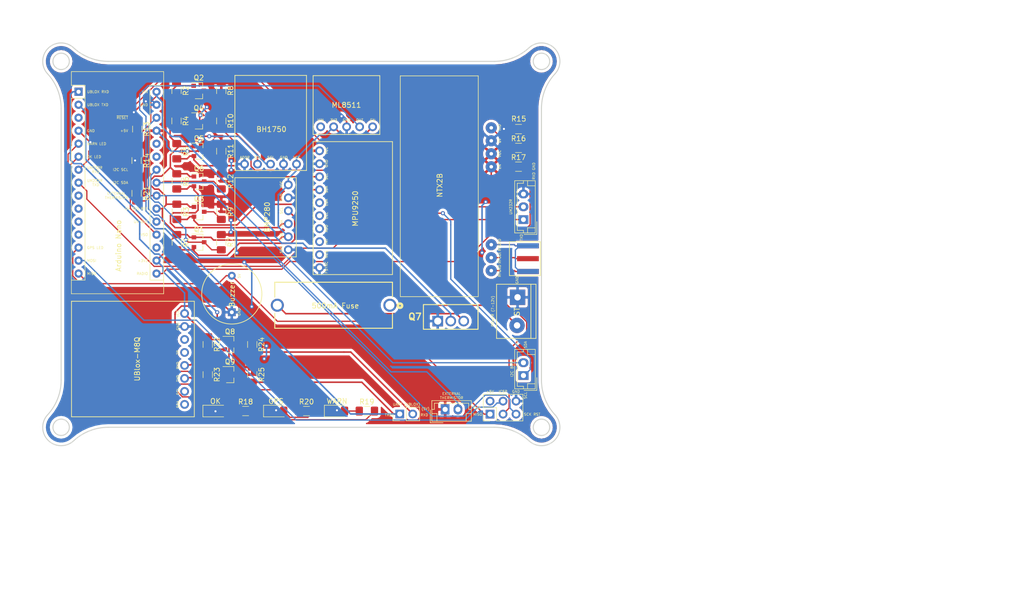
<source format=kicad_pcb>
(kicad_pcb (version 20171130) (host pcbnew "(5.0.0)")
  (layers (0 F.Cu signal) (31 B.Cu signal) (34 B.Paste user) (35 F.Paste user) (36 B.SilkS user) (37 F.SilkS user) (38 B.Mask user) (39 F.Mask user) (44 Edge.Cuts user))
  (net 0 "")
  (net 1 /RST)
  (net 2 /UM232R_RXD)
  (net 3 3V3)
  (net 4 /UM232R_TXD)
  (net 5 5V)
  (net 6 GND)
  (net 7 /V_S_I)
  (net 8 /V_S_O)
  (net 9 /UV_OUT)
  (net 10 /MOSI)
  (net 11 /MISO)
  (net 12 /Thermistor)
  (net 13 /SCK)
  (net 14 /I2C_SDA)
  (net 15 /I2C_SCL)
  (net 16 Ublox_TXD_5V)
  (net 17 Ublox_RXD_5V)
  (net 18 "Net-(D1-Pad2)")
  (net 19 "Net-(D2-Pad2)")
  (net 20 "Net-(D3-Pad2)")
  (net 21 "Net-(F1-Pad1)")
  (net 22 "Net-(F1-Pad2)")
  (net 23 Ublox_RXD_3V3)
  (net 24 BMP280_SCL_3V3)
  (net 25 BMP280_SDA_3V3)
  (net 26 "Net-(Q5-Pad3)")
  (net 27 BH1750_SDA_3V3)
  (net 28 BH1750_SCL_3V3)
  (net 29 MPU9250_SDA_3V3)
  (net 30 MPU9250_SCL_3V3)
  (net 31 Ublox_TXD_3V3)
  (net 32 "Net-(A1-Pad5)")
  (net 33 "Net-(A1-Pad6)")
  (net 34 "Net-(A1-Pad13)")
  (net 35 "Net-(J1-Pad1)")
  (net 36 "Net-(Q2-Pad3)")
  (net 37 "Net-(Q3-Pad3)")
  (net 38 "Net-(R15-Pad1)")
  (net 39 "Net-(U3-Pad1)")
  (net 40 "Net-(U3-Pad2)")
  (module NTX2:NTX2_With_Model (layer F.Cu) (at 127.55 59.5985 90)
    (fp_text reference U4 hide)
    (fp_text value NTX2_With_Model)
    (fp_text user RFGND (at -16.7 11.7 90) (layer F.SilkS) (effects (font (size 0.5 0.5) (thickness 0.075))))
    (fp_text user EN (at 3.7 11.7 90) (layer F.SilkS) (effects (font (size 0.5 0.5) (thickness 0.075))))
    (fp_text user VCC (at 6.24 11.7 90) (layer F.SilkS) (effects (font (size 0.5 0.5) (thickness 0.075))))
    (fp_text user 0V (at 8.78 11.7 90) (layer F.SilkS) (effects (font (size 0.5 0.5) (thickness 0.075))))
    (fp_text user TXD (at 11.32 11.7 90) (layer F.SilkS) (effects (font (size 0.5 0.5) (thickness 0.075))))
    (fp_text user RFOut (at -14.16 11.7 90) (layer F.SilkS) (effects (font (size 0.5 0.5) (thickness 0.075))))
    (fp_text user RFGND (at -11.62 11.7 90) (layer F.SilkS) (effects (font (size 0.5 0.5) (thickness 0.075))))
    (fp_text user NTX2B (at 0.05 0 90) (layer F.SilkS))
    (pad 2 thru_hole circle (at -14.1 10.06 90) (size 2.1844 2.1844) (drill 0.7) (layers *.Cu *.Mask) (net 39 "Net-(U3-Pad1)"))
    (pad 3 thru_hole circle (at -11.56 10.06 90) (size 2.1844 2.1844) (drill 0.7) (layers *.Cu *.Mask) (net 40 "Net-(U3-Pad2)"))
    (pad 7 thru_hole circle (at 11.3 10.06 90) (size 2.1844 2.1844) (drill 0.7) (layers *.Cu *.Mask) (net 38 "Net-(R15-Pad1)"))
    (pad 4 thru_hole circle (at 3.68 10.06 90) (size 2.1844 2.1844) (drill 0.7) (layers *.Cu *.Mask) (net 5 5V))
    (pad 5 thru_hole circle (at 6.22 10.06 90) (size 2.1844 2.1844) (drill 0.7) (layers *.Cu *.Mask) (net 5 5V))
    (pad 6 thru_hole circle (at 8.76 10.06 90) (size 2.1844 2.1844) (drill 0.7) (layers *.Cu *.Mask) (net 6 GND))
    (pad 1 thru_hole circle (at -16.64 10.06 90) (size 2.1844 2.1844) (drill 0.7) (layers *.Cu *.Mask) (net 40 "Net-(U3-Pad2)"))
  )
  (module NTX2:SMA_EDGE (layer F.Cu) (at 146.875 73.4 90)
    (fp_text reference U3 hide)
    (fp_text value SMA_5pin)
    (pad 2 smd rect (at -2.9963 -2.0955 90) (size 1 4.25) (layers F.Cu F.Paste F.Mask) (net 40 "Net-(U3-Pad2)"))
    (pad 2 smd rect (at 2.0163 -2.0955 90) (size 1 4.25) (layers F.Cu F.Paste F.Mask) (net 40 "Net-(U3-Pad2)"))
    (pad 1 smd rect (at -0.49 -2.0955 90) (size 1 4.25) (layers F.Cu F.Paste F.Mask) (net 39 "Net-(U3-Pad1)"))
    (pad 2 smd rect (at -2.9963 -2.0955 90) (size 1 4.25) (layers B.Cu F.Paste F.Mask) (net 40 "Net-(U3-Pad2)"))
    (pad 2 smd rect (at 2.0163 -2.0955 90) (size 1 4.25) (layers B.Cu F.Paste F.Mask) (net 40 "Net-(U3-Pad2)"))
  )
  (module NTX2:ublox_M8Q_with_Model (layer F.Cu) (at 68.275 93.625 90)
    (fp_text reference U7 hide)
    (fp_text value UBlox_MAX8)
    (fp_text user UBlox-M8Q (at 0.1 0.15 90) (layer F.SilkS))
    (fp_text user SDA (at -8.775 8.1 90) (layer F.SilkS) (effects (font (size 0.5 0.5) (thickness 0.075))))
    (fp_text user SCL (at -6.235 8.1 90) (layer F.SilkS) (effects (font (size 0.5 0.5) (thickness 0.075))))
    (fp_text user TXD (at -3.695 8.1 90) (layer F.SilkS) (effects (font (size 0.5 0.5) (thickness 0.075))))
    (fp_text user RXD (at -1.155 8.1 90) (layer F.SilkS) (effects (font (size 0.5 0.5) (thickness 0.075))))
    (fp_text user TP (at 1.385 8.1 90) (layer F.SilkS) (effects (font (size 0.5 0.5) (thickness 0.075))))
    (fp_text user GND (at 6.465 8.1 90) (layer F.SilkS) (effects (font (size 0.5 0.5) (thickness 0.075))))
    (fp_text user VCC (at 9.005 8.1 90) (layer F.SilkS) (effects (font (size 0.5 0.5) (thickness 0.075))))
    (pad 1 thru_hole oval (at -8.775 9.4 90) (size 1.7 1.7) (drill oval 1) (layers *.Cu *.Mask))
    (pad 2 thru_hole oval (at -6.235 9.4 90) (size 1.7 1.7) (drill oval 1) (layers *.Cu *.Mask))
    (pad 3 thru_hole oval (at -3.695 9.4 90) (size 1.7 1.7) (drill oval 1) (layers *.Cu *.Mask) (net 31 Ublox_TXD_3V3))
    (pad 4 thru_hole oval (at -1.155 9.4 90) (size 1.7 1.7) (drill oval 1) (layers *.Cu *.Mask) (net 23 Ublox_RXD_3V3))
    (pad 5 thru_hole oval (at 1.385 9.4 90) (size 1.7 1.7) (drill oval 1) (layers *.Cu *.Mask))
    (pad 6 thru_hole oval (at 3.925 9.4 90) (size 1.7 1.7) (drill oval 1) (layers *.Cu *.Mask))
    (pad 7 thru_hole oval (at 6.465 9.4 90) (size 1.7 1.7) (drill oval 1) (layers *.Cu *.Mask) (net 6 GND))
    (pad 8 thru_hole oval (at 9.005 9.4 90) (size 1.7 1.7) (drill oval 1) (layers *.Cu *.Mask) (net 3 3V3))
  )
  (module NTX2:Arduino_Nano_With_Model (layer F.Cu) (at 56.95 41.25)
    (fp_text reference A1 hide)
    (fp_text value Arduino_Nano_v3.x)
    (pad 16 thru_hole oval (at 15.24 35.56) (size 1.6 1.6) (drill 0.8) (layers *.Cu *.Mask) (net 13 /SCK))
    (pad 15 thru_hole oval (at 0 35.56) (size 1.6 1.6) (drill 0.8) (layers *.Cu *.Mask) (net 11 /MISO))
    (pad 30 thru_hole oval (at 15.24 0) (size 1.6 1.6) (drill 0.8) (layers *.Cu *.Mask) (net 7 /V_S_I))
    (pad 14 thru_hole oval (at 0 33.02) (size 1.6 1.6) (drill 0.8) (layers *.Cu *.Mask) (net 10 /MOSI))
    (pad 29 thru_hole oval (at 15.24 2.54) (size 1.6 1.6) (drill 0.8) (layers *.Cu *.Mask) (net 6 GND))
    (pad 13 thru_hole oval (at 0 30.48) (size 1.6 1.6) (drill 0.8) (layers *.Cu *.Mask) (net 34 "Net-(A1-Pad13)"))
    (pad 28 thru_hole oval (at 15.24 5.08) (size 1.6 1.6) (drill 0.8) (layers *.Cu *.Mask) (net 1 /RST))
    (pad 12 thru_hole oval (at 0 27.94) (size 1.6 1.6) (drill 0.8) (layers *.Cu *.Mask))
    (pad 27 thru_hole oval (at 15.24 7.62) (size 1.6 1.6) (drill 0.8) (layers *.Cu *.Mask) (net 5 5V))
    (pad 11 thru_hole oval (at 0 25.4) (size 1.6 1.6) (drill 0.8) (layers *.Cu *.Mask))
    (pad 26 thru_hole oval (at 15.24 10.16) (size 1.6 1.6) (drill 0.8) (layers *.Cu *.Mask))
    (pad 10 thru_hole oval (at 0 22.86) (size 1.6 1.6) (drill 0.8) (layers *.Cu *.Mask))
    (pad 25 thru_hole oval (at 15.24 12.7) (size 1.6 1.6) (drill 0.8) (layers *.Cu *.Mask))
    (pad 9 thru_hole oval (at 0 20.32) (size 1.6 1.6) (drill 0.8) (layers *.Cu *.Mask))
    (pad 24 thru_hole oval (at 15.24 15.24) (size 1.6 1.6) (drill 0.8) (layers *.Cu *.Mask) (net 15 /I2C_SCL))
    (pad 8 thru_hole oval (at 0 17.78) (size 1.6 1.6) (drill 0.8) (layers *.Cu *.Mask) (net 4 /UM232R_TXD))
    (pad 23 thru_hole oval (at 15.24 17.78) (size 1.6 1.6) (drill 0.8) (layers *.Cu *.Mask) (net 14 /I2C_SDA))
    (pad 7 thru_hole oval (at 0 15.24) (size 1.6 1.6) (drill 0.8) (layers *.Cu *.Mask) (net 2 /UM232R_RXD))
    (pad 22 thru_hole oval (at 15.24 20.32) (size 1.6 1.6) (drill 0.8) (layers *.Cu *.Mask) (net 12 /Thermistor))
    (pad 6 thru_hole oval (at 0 12.7) (size 1.6 1.6) (drill 0.8) (layers *.Cu *.Mask) (net 33 "Net-(A1-Pad6)"))
    (pad 21 thru_hole oval (at 15.24 22.86) (size 1.6 1.6) (drill 0.8) (layers *.Cu *.Mask) (net 3 3V3))
    (pad 5 thru_hole oval (at 0 10.16) (size 1.6 1.6) (drill 0.8) (layers *.Cu *.Mask) (net 32 "Net-(A1-Pad5)"))
    (pad 20 thru_hole oval (at 15.24 25.4) (size 1.6 1.6) (drill 0.8) (layers *.Cu *.Mask) (net 9 /UV_OUT))
    (pad 4 thru_hole oval (at 0 7.62) (size 1.6 1.6) (drill 0.8) (layers *.Cu *.Mask) (net 6 GND))
    (pad 19 thru_hole oval (at 15.24 27.94) (size 1.6 1.6) (drill 0.8) (layers *.Cu *.Mask) (net 8 /V_S_O))
    (pad 3 thru_hole oval (at 0 5.08) (size 1.6 1.6) (drill 0.8) (layers *.Cu *.Mask))
    (pad 18 thru_hole oval (at 15.24 30.48) (size 1.6 1.6) (drill 0.8) (layers *.Cu *.Mask))
    (pad 2 thru_hole oval (at 0 2.54) (size 1.6 1.6) (drill 0.8) (layers *.Cu *.Mask) (net 16 Ublox_TXD_5V))
    (pad 17 thru_hole oval (at 15.24 33.02) (size 1.6 1.6) (drill 0.8) (layers *.Cu *.Mask) (net 3 3V3))
    (pad 1 thru_hole rect (at 0 0) (size 1.6 1.6) (drill 0.8) (layers *.Cu *.Mask) (net 17 Ublox_RXD_5V))
  )
  (module NTX2:5V_Buzzer (layer F.Cu) (at 86.9 80.8 270)
    (fp_text reference BZ1 hide)
    (fp_text value Buzzer)
    (fp_text user GND (at 3.53 -1.46 270) (layer F.SilkS) (effects (font (size 0.5 0.5) (thickness 0.075))))
    (fp_text user 5V (at -3.52 -1.46 270) (layer F.SilkS) (effects (font (size 0.5 0.5) (thickness 0.075))))
    (pad 2 thru_hole rect (at 3.575 0 270) (size 1.524 1.524) (drill 0.762) (layers *.Cu *.Mask) (net 6 GND))
    (pad 1 thru_hole circle (at -3.575 0 270) (size 1.524 1.524) (drill 0.762) (layers *.Cu *.Mask) (net 11 /MISO))
  )
  (module NTX2:BMP280 (layer F.Cu) (at 93.9 65.75 90)
    (fp_text reference U5 hide)
    (fp_text value BMP280)
    (fp_text user VCC (at 6.35 2.7 90) (layer F.SilkS) (effects (font (size 0.5 0.5) (thickness 0.075))))
    (fp_text user GND (at 3.81 2.7 90) (layer F.SilkS) (effects (font (size 0.5 0.5) (thickness 0.075))))
    (fp_text user SCL (at 1.27 2.7 90) (layer F.SilkS) (effects (font (size 0.5 0.5) (thickness 0.075))))
    (fp_text user SDA (at -1.27 2.7 90) (layer F.SilkS) (effects (font (size 0.5 0.5) (thickness 0.075))))
    (fp_text user CSB (at -3.81 2.7 90) (layer F.SilkS) (effects (font (size 0.5 0.5) (thickness 0.075))))
    (fp_text user SDO (at -6.35 2.7 90) (layer F.SilkS) (effects (font (size 0.5 0.5) (thickness 0.075))))
    (fp_text user BMP280 (at -0.025 -0.075 90) (layer F.SilkS))
    (pad 1 thru_hole oval (at 6.3 4.05 90) (size 1.7 1.7) (drill 1) (layers *.Cu *.Mask) (net 3 3V3))
    (pad 2 thru_hole oval (at 3.76 4.05 90) (size 1.7 1.7) (drill 1) (layers *.Cu *.Mask) (net 6 GND))
    (pad 3 thru_hole oval (at 1.22 4.05 90) (size 1.7 1.7) (drill 1) (layers *.Cu *.Mask) (net 24 BMP280_SCL_3V3))
    (pad 4 thru_hole oval (at -1.32 4.05 90) (size 1.7 1.7) (drill 1) (layers *.Cu *.Mask) (net 25 BMP280_SDA_3V3))
    (pad 5 thru_hole oval (at -3.86 4.05 90) (size 1.7 1.7) (drill 1) (layers *.Cu *.Mask) (net 3 3V3))
    (pad 6 thru_hole oval (at -6.4 4.05 90) (size 1.7 1.7) (drill 1) (layers *.Cu *.Mask) (net 6 GND))
  )
  (module NTX2:MPU_9250 (layer F.Cu) (at 111.05 64.1 270)
    (fp_text reference U6 hide)
    (fp_text value MPU_9250)
    (fp_text user MPU9250 (at 0 0 270) (layer F.SilkS))
    (fp_text user FSYNC (at 11.51 5.65 270) (layer F.SilkS) (effects (font (size 0.5 0.5) (thickness 0.075))))
    (fp_text user NCS (at 8.97 5.65 270) (layer F.SilkS) (effects (font (size 0.5 0.5) (thickness 0.075))))
    (fp_text user INT (at 6.43 5.65 270) (layer F.SilkS) (effects (font (size 0.5 0.5) (thickness 0.075))))
    (fp_text user ADO (at 3.89 5.65 270) (layer F.SilkS) (effects (font (size 0.5 0.5) (thickness 0.075))))
    (fp_text user ECL (at 1.35 5.65 270) (layer F.SilkS) (effects (font (size 0.5 0.5) (thickness 0.075))))
    (fp_text user EDA (at -1.19 5.65 270) (layer F.SilkS) (effects (font (size 0.5 0.5) (thickness 0.075))))
    (fp_text user SDA (at -3.73 5.65 270) (layer F.SilkS) (effects (font (size 0.5 0.5) (thickness 0.075))))
    (fp_text user SCL (at -6.27 5.65 270) (layer F.SilkS) (effects (font (size 0.5 0.5) (thickness 0.075))))
    (fp_text user GND (at -8.81 5.65 270) (layer F.SilkS) (effects (font (size 0.5 0.5) (thickness 0.075))))
    (fp_text user VCC (at -11.35 5.65 270) (layer F.SilkS) (effects (font (size 0.5 0.5) (thickness 0.075))))
    (pad 1 thru_hole oval (at -11.31 7 270) (size 1.7 1.7) (drill 1) (layers *.Cu *.Mask) (net 5 5V))
    (pad 2 thru_hole oval (at -8.77 7 270) (size 1.7 1.7) (drill 1) (layers *.Cu *.Mask) (net 6 GND))
    (pad 3 thru_hole oval (at -6.23 7 270) (size 1.7 1.7) (drill 1) (layers *.Cu *.Mask) (net 30 MPU9250_SCL_3V3))
    (pad 4 thru_hole oval (at -3.69 7 270) (size 1.7 1.7) (drill 1) (layers *.Cu *.Mask) (net 29 MPU9250_SDA_3V3))
    (pad 5 thru_hole oval (at -1.15 7 270) (size 1.7 1.7) (drill 1) (layers *.Cu *.Mask))
    (pad 6 thru_hole oval (at 1.39 7 270) (size 1.7 1.7) (drill 1) (layers *.Cu *.Mask))
    (pad 7 thru_hole oval (at 3.93 7 270) (size 1.7 1.7) (drill 1) (layers *.Cu *.Mask))
    (pad 8 thru_hole oval (at 6.47 7 270) (size 1.7 1.7) (drill 1) (layers *.Cu *.Mask))
    (pad 9 thru_hole oval (at 9.01 7 270) (size 1.7 1.7) (drill 1) (layers *.Cu *.Mask))
    (pad 10 thru_hole oval (at 11.55 7 270) (size 1.7 1.7) (drill 1) (layers *.Cu *.Mask) (net 6 GND))
  )
  (module NTX2:BH1750 (layer F.Cu) (at 94.75 46.85)
    (fp_text reference U2 hide)
    (fp_text value BH1750)
    (fp_text user VCC (at 4.86 7.25) (layer F.SilkS) (effects (font (size 0.5 0.5) (thickness 0.075))))
    (fp_text user GND (at 2.32 7.25) (layer F.SilkS) (effects (font (size 0.5 0.5) (thickness 0.075))))
    (fp_text user SCL (at -0.22 7.25) (layer F.SilkS) (effects (font (size 0.5 0.5) (thickness 0.075))))
    (fp_text user SDA (at -2.76 7.25) (layer F.SilkS) (effects (font (size 0.5 0.5) (thickness 0.075))))
    (fp_text user ADDR (at -5.3 7.25) (layer F.SilkS) (effects (font (size 0.5 0.5) (thickness 0.075))))
    (fp_text user BH1750 (at -0.1 1.75) (layer F.SilkS))
    (pad 5 thru_hole oval (at -5.36 8.55) (size 1.7 1.7) (drill 1) (layers *.Cu *.Mask Dwgs.User) (net 6 GND))
    (pad 4 thru_hole oval (at -2.82 8.55) (size 1.7 1.7) (drill 1) (layers *.Cu *.Mask Dwgs.User) (net 27 BH1750_SDA_3V3))
    (pad 3 thru_hole oval (at -0.28 8.55) (size 1.7 1.7) (drill 1) (layers *.Cu *.Mask Dwgs.User) (net 28 BH1750_SCL_3V3))
    (pad 2 thru_hole oval (at 2.26 8.55) (size 1.7 1.7) (drill 1) (layers *.Cu *.Mask Dwgs.User) (net 6 GND))
    (pad 1 thru_hole oval (at 4.8 8.55) (size 1.7 1.7) (drill 1) (layers *.Cu *.Mask Dwgs.User) (net 3 3V3))
  )
  (module NTX2:ML8511 (layer F.Cu) (at 109.275 43.85)
    (fp_text reference U1 hide)
    (fp_text value ML8511)
    (fp_text user EN (at 5.16 2.95) (layer F.SilkS) (effects (font (size 0.5 0.5) (thickness 0.075))))
    (fp_text user OUT (at 2.62 2.95) (layer F.SilkS) (effects (font (size 0.5 0.5) (thickness 0.075))))
    (fp_text user GND (at 0.08 2.95) (layer F.SilkS) (effects (font (size 0.5 0.5) (thickness 0.075))))
    (fp_text user 3V3 (at -2.46 2.95) (layer F.SilkS) (effects (font (size 0.5 0.5) (thickness 0.075))))
    (fp_text user VIN (at -5 2.95) (layer F.SilkS) (effects (font (size 0.5 0.5) (thickness 0.075))))
    (fp_text user ML8511 (at 0.025 0) (layer F.SilkS))
    (pad 1 thru_hole oval (at -5.01 4.25) (size 1.7 1.7) (drill 1) (layers *.Cu *.Mask))
    (pad 2 thru_hole oval (at -2.47 4.25) (size 1.7 1.7) (drill 1) (layers *.Cu *.Mask) (net 3 3V3))
    (pad 3 thru_hole oval (at 0.07 4.25) (size 1.7 1.7) (drill 1) (layers *.Cu *.Mask) (net 6 GND))
    (pad 4 thru_hole oval (at 2.61 4.25) (size 1.7 1.7) (drill 1) (layers *.Cu *.Mask) (net 9 /UV_OUT))
    (pad 5 thru_hole oval (at 5.15 4.25) (size 1.7 1.7) (drill 1) (layers *.Cu *.Mask) (net 3 3V3))
  )
  (module NTX2:TO254P483X1016X2261-3P (layer F.Cu) (at 127.15 86.1)
    (fp_text reference Q7 (at -4.45 -0.85) (layer F.SilkS) (effects (font (size 1.27 1.27) (thickness 0.254))))
    (fp_text value FQP47P06 hide)
    (pad 3 thru_hole circle (at 5.08 0) (size 2.085 2.085) (drill 1.39) (layers *.Cu *.Mask) (net 22 "Net-(F1-Pad2)"))
    (pad 2 thru_hole circle (at 2.54 0) (size 2.085 2.085) (drill 1.39) (layers *.Cu *.Mask) (net 7 /V_S_I))
    (pad 1 thru_hole rect (at 0 0) (size 2.085 2.085) (drill 1.39) (layers *.Cu *.Mask) (net 6 GND))
  )
  (module LED_SMD:LED_1206_3216Metric_Pad1.42x1.75mm_HandSolder (layer F.Cu) (at 83.7125 103.7)
    (fp_text reference D1 hide)
    (fp_text value OK_LED)
    (pad 1 smd roundrect (at -1.4875 0) (size 1.425 1.75) (layers F.Cu F.Paste F.Mask) (roundrect_rratio 0.175439) (net 6 GND))
    (pad 2 smd roundrect (at 1.4875 0) (size 1.425 1.75) (layers F.Cu F.Paste F.Mask) (roundrect_rratio 0.175439) (net 18 "Net-(D1-Pad2)"))
  )
  (module LED_SMD:LED_1206_3216Metric_Pad1.42x1.75mm_HandSolder (layer F.Cu) (at 95.5625 103.7)
    (fp_text reference D2 hide)
    (fp_text value GPS_LOCK)
    (pad 2 smd roundrect (at 1.4875 0) (size 1.425 1.75) (layers F.Cu F.Paste F.Mask) (roundrect_rratio 0.175439) (net 19 "Net-(D2-Pad2)"))
    (pad 1 smd roundrect (at -1.4875 0) (size 1.425 1.75) (layers F.Cu F.Paste F.Mask) (roundrect_rratio 0.175439) (net 6 GND))
  )
  (module LED_SMD:LED_1206_3216Metric_Pad1.42x1.75mm_HandSolder (layer F.Cu) (at 107.45 103.7)
    (fp_text reference D3 hide)
    (fp_text value WARN_LED)
    (pad 1 smd roundrect (at -1.4875 0) (size 1.425 1.75) (layers F.Cu F.Paste F.Mask) (roundrect_rratio 0.175439) (net 6 GND))
    (pad 2 smd roundrect (at 1.4875 0) (size 1.425 1.75) (layers F.Cu F.Paste F.Mask) (roundrect_rratio 0.175439) (net 20 "Net-(D3-Pad2)"))
  )
  (module NTX2:MC000827 (layer F.Cu) (at 106.8 83 180)
    (fp_text reference F1 hide)
    (fp_text value "500mA Fuse" hide)
    (pad 2 thru_hole circle (at 11 0 180) (size 2.55 2.55) (drill 1.76) (layers *.Cu *.Mask) (net 22 "Net-(F1-Pad2)"))
    (pad 1 thru_hole circle (at -11 0 180) (size 2.55 2.55) (drill 1.76) (layers *.Cu *.Mask) (net 21 "Net-(F1-Pad1)"))
  )
  (module Connector_JST:JST_EH_B02B-EH-A_1x02_P2.50mm_Vertical (layer F.Cu) (at 143.9 96.75 90)
    (fp_text reference J1 hide)
    (fp_text value Conn_01x02)
    (pad 2 thru_hole oval (at 2.5 0 90) (size 1.7 2) (drill 1) (layers *.Cu *.Mask) (net 14 /I2C_SDA))
    (pad 1 thru_hole rect (at 0 0 90) (size 1.7 2) (drill 1) (layers *.Cu *.Mask) (net 35 "Net-(J1-Pad1)"))
  )
  (module Connector_PinHeader_2.54mm:PinHeader_1x02_P2.54mm_Vertical (layer F.Cu) (at 119.725 104.275 90)
    (fp_text reference J2 hide)
    (fp_text value Conn_01x02)
    (pad 1 thru_hole rect (at 0 0 90) (size 1.7 1.7) (drill 1) (layers *.Cu *.Mask) (net 16 Ublox_TXD_5V))
    (pad 2 thru_hole oval (at 0 2.54 90) (size 1.7 1.7) (drill 1) (layers *.Cu *.Mask) (net 17 Ublox_RXD_5V))
  )
  (module NTX2:2_Pin_Screw_Terminal (layer F.Cu) (at 142.65 84.2 90)
    (fp_text reference J3 hide)
    (fp_text value Screw_Terminal_01x02)
    (fp_text user ST (at -0.05 0 270) (layer F.SilkS))
    (pad 1 thru_hole circle (at -2.75 0 90) (size 3 3) (drill 1.25) (layers *.Cu *.Mask) (net 21 "Net-(F1-Pad1)"))
    (pad 2 thru_hole rect (at 2.75 0.1 90) (size 3 3) (drill 1.25) (layers *.Cu *.Mask) (net 6 GND))
  )
  (module Connector_JST:JST_EH_B02B-EH-A_1x02_P2.50mm_Vertical (layer F.Cu) (at 128.6 103.375)
    (fp_text reference J4 hide)
    (fp_text value Conn_01x02)
    (pad 1 thru_hole rect (at 0 0) (size 1.7 2) (drill 1) (layers *.Cu *.Mask) (net 5 5V))
    (pad 2 thru_hole oval (at 2.5 0) (size 1.7 2) (drill 1) (layers *.Cu *.Mask) (net 12 /Thermistor))
  )
  (module Connector_JST:JST_EH_B03B-EH-A_1x03_P2.50mm_Vertical (layer F.Cu) (at 143.9 66.25 90)
    (fp_text reference J5 hide)
    (fp_text value Conn_01x03)
    (pad 1 thru_hole rect (at 0 0 90) (size 1.7 1.95) (drill 0.95) (layers *.Cu *.Mask) (net 4 /UM232R_TXD))
    (pad 2 thru_hole oval (at 2.5 0 90) (size 1.7 1.95) (drill 0.95) (layers *.Cu *.Mask) (net 2 /UM232R_RXD))
    (pad 3 thru_hole oval (at 5 0 90) (size 1.7 1.95) (drill 0.95) (layers *.Cu *.Mask) (net 6 GND))
  )
  (module Connector_PinHeader_2.54mm:PinHeader_2x03_P2.54mm_Vertical (layer F.Cu) (at 137.375 104.3 90)
    (fp_text reference J6 hide)
    (fp_text value Conn_02x03_Odd_Even)
    (pad 1 thru_hole rect (at 0 0 90) (size 1.7 1.7) (drill 1) (layers *.Cu *.Mask) (net 11 /MISO))
    (pad 2 thru_hole oval (at 2.54 0 90) (size 1.7 1.7) (drill 1) (layers *.Cu *.Mask))
    (pad 3 thru_hole oval (at 0 2.54 90) (size 1.7 1.7) (drill 1) (layers *.Cu *.Mask) (net 13 /SCK))
    (pad 4 thru_hole oval (at 2.54 2.54 90) (size 1.7 1.7) (drill 1) (layers *.Cu *.Mask) (net 10 /MOSI))
    (pad 5 thru_hole oval (at 0 5.08 90) (size 1.7 1.7) (drill 1) (layers *.Cu *.Mask) (net 1 /RST))
    (pad 6 thru_hole oval (at 2.54 5.08 90) (size 1.7 1.7) (drill 1) (layers *.Cu *.Mask) (net 6 GND))
  )
  (module Package_TO_SOT_SMD:SOT-23 (layer F.Cu) (at 80.5 70.675)
    (fp_text reference Q1 (at 0 -2.5) (layer F.SilkS))
    (fp_text value BSS138)
    (pad 1 smd rect (at -1 -0.95) (size 0.9 0.8) (layers F.Cu F.Paste F.Mask) (net 3 3V3))
    (pad 2 smd rect (at -1 0.95) (size 0.9 0.8) (layers F.Cu F.Paste F.Mask) (net 24 BMP280_SCL_3V3))
    (pad 3 smd rect (at 1 0) (size 0.9 0.8) (layers F.Cu F.Paste F.Mask) (net 15 /I2C_SCL))
  )
  (module Package_TO_SOT_SMD:SOT-23 (layer F.Cu) (at 80.45 41.025)
    (fp_text reference Q2 (at 0 -2.5) (layer F.SilkS))
    (fp_text value BSS138)
    (pad 1 smd rect (at -1 -0.95) (size 0.9 0.8) (layers F.Cu F.Paste F.Mask) (net 3 3V3))
    (pad 2 smd rect (at -1 0.95) (size 0.9 0.8) (layers F.Cu F.Paste F.Mask) (net 27 BH1750_SDA_3V3))
    (pad 3 smd rect (at 1 0) (size 0.9 0.8) (layers F.Cu F.Paste F.Mask) (net 36 "Net-(Q2-Pad3)"))
  )
  (module Package_TO_SOT_SMD:SOT-23 (layer F.Cu) (at 80.5083 64.7276)
    (fp_text reference Q3 (at 0 -2.5) (layer F.SilkS))
    (fp_text value BSS138)
    (pad 3 smd rect (at 1 0) (size 0.9 0.8) (layers F.Cu F.Paste F.Mask) (net 37 "Net-(Q3-Pad3)"))
    (pad 2 smd rect (at -1 0.95) (size 0.9 0.8) (layers F.Cu F.Paste F.Mask) (net 29 MPU9250_SDA_3V3))
    (pad 1 smd rect (at -1 -0.95) (size 0.9 0.8) (layers F.Cu F.Paste F.Mask) (net 3 3V3))
  )
  (module Package_TO_SOT_SMD:SOT-23 (layer F.Cu) (at 80.4414 46.9513)
    (fp_text reference Q4 (at 0 -2.5) (layer F.SilkS))
    (fp_text value BSS138)
    (pad 3 smd rect (at 1 0) (size 0.9 0.8) (layers F.Cu F.Paste F.Mask) (net 35 "Net-(J1-Pad1)"))
    (pad 2 smd rect (at -1 0.95) (size 0.9 0.8) (layers F.Cu F.Paste F.Mask) (net 28 BH1750_SCL_3V3))
    (pad 1 smd rect (at -1 -0.95) (size 0.9 0.8) (layers F.Cu F.Paste F.Mask) (net 3 3V3))
  )
  (module Package_TO_SOT_SMD:SOT-23 (layer F.Cu) (at 80.5 52.875)
    (fp_text reference Q5 (at 0 -2.5) (layer F.SilkS))
    (fp_text value BSS138)
    (pad 3 smd rect (at 1 0) (size 0.9 0.8) (layers F.Cu F.Paste F.Mask) (net 26 "Net-(Q5-Pad3)"))
    (pad 2 smd rect (at -1 0.95) (size 0.9 0.8) (layers F.Cu F.Paste F.Mask) (net 30 MPU9250_SCL_3V3))
    (pad 1 smd rect (at -1 -0.95) (size 0.9 0.8) (layers F.Cu F.Paste F.Mask) (net 3 3V3))
  )
  (module Package_TO_SOT_SMD:SOT-23 (layer F.Cu) (at 80.5 58.775)
    (fp_text reference Q6 (at 0 -2.5) (layer F.SilkS))
    (fp_text value BSS138)
    (pad 1 smd rect (at -1 -0.95) (size 0.9 0.8) (layers F.Cu F.Paste F.Mask) (net 3 3V3))
    (pad 2 smd rect (at -1 0.95) (size 0.9 0.8) (layers F.Cu F.Paste F.Mask) (net 25 BMP280_SDA_3V3))
    (pad 3 smd rect (at 1 0) (size 0.9 0.8) (layers F.Cu F.Paste F.Mask) (net 14 /I2C_SDA))
  )
  (module Package_TO_SOT_SMD:SOT-23 (layer F.Cu) (at 86.55 90.675)
    (fp_text reference Q8 (at 0 -2.5) (layer F.SilkS))
    (fp_text value BSS138)
    (pad 1 smd rect (at -1 -0.95) (size 0.9 0.8) (layers F.Cu F.Paste F.Mask) (net 3 3V3))
    (pad 2 smd rect (at -1 0.95) (size 0.9 0.8) (layers F.Cu F.Paste F.Mask) (net 23 Ublox_RXD_3V3))
    (pad 3 smd rect (at 1 0) (size 0.9 0.8) (layers F.Cu F.Paste F.Mask) (net 17 Ublox_RXD_5V))
  )
  (module Package_TO_SOT_SMD:SOT-23 (layer F.Cu) (at 86.55 96.575)
    (fp_text reference Q9 (at 0 -2.5) (layer F.SilkS))
    (fp_text value BSS138)
    (pad 3 smd rect (at 1 0) (size 0.9 0.8) (layers F.Cu F.Paste F.Mask) (net 16 Ublox_TXD_5V))
    (pad 2 smd rect (at -1 0.95) (size 0.9 0.8) (layers F.Cu F.Paste F.Mask) (net 31 Ublox_TXD_3V3))
    (pad 1 smd rect (at -1 -0.95) (size 0.9 0.8) (layers F.Cu F.Paste F.Mask) (net 3 3V3))
  )
  (module Resistor_SMD:R_1206_3216Metric_Pad1.42x1.75mm_HandSolder (layer F.Cu) (at 76.15 70.675 270)
    (fp_text reference R1 (at 0 -1.82 270) (layer F.SilkS))
    (fp_text value 10K)
    (pad 1 smd roundrect (at -1.4875 0 270) (size 1.425 1.75) (layers F.Cu F.Paste F.Mask) (roundrect_rratio 0.175439) (net 3 3V3))
    (pad 2 smd roundrect (at 1.4875 0 270) (size 1.425 1.75) (layers F.Cu F.Paste F.Mask) (roundrect_rratio 0.175439) (net 24 BMP280_SCL_3V3))
  )
  (module Resistor_SMD:R_1206_3216Metric_Pad1.42x1.75mm_HandSolder (layer F.Cu) (at 76.1 41.025 270)
    (fp_text reference R2 (at 0 -1.82 270) (layer F.SilkS))
    (fp_text value 10K)
    (pad 1 smd roundrect (at -1.4875 0 270) (size 1.425 1.75) (layers F.Cu F.Paste F.Mask) (roundrect_rratio 0.175439) (net 3 3V3))
    (pad 2 smd roundrect (at 1.4875 0 270) (size 1.425 1.75) (layers F.Cu F.Paste F.Mask) (roundrect_rratio 0.175439) (net 27 BH1750_SDA_3V3))
  )
  (module Resistor_SMD:R_1206_3216Metric_Pad1.42x1.75mm_HandSolder (layer F.Cu) (at 76.1583 64.7276 270)
    (fp_text reference R3 (at 0 -1.82 270) (layer F.SilkS))
    (fp_text value 10K)
    (pad 1 smd roundrect (at -1.4875 0 270) (size 1.425 1.75) (layers F.Cu F.Paste F.Mask) (roundrect_rratio 0.175439) (net 3 3V3))
    (pad 2 smd roundrect (at 1.4875 0 270) (size 1.425 1.75) (layers F.Cu F.Paste F.Mask) (roundrect_rratio 0.175439) (net 29 MPU9250_SDA_3V3))
  )
  (module Resistor_SMD:R_1206_3216Metric_Pad1.42x1.75mm_HandSolder (layer F.Cu) (at 76.0914 46.9513 270)
    (fp_text reference R4 (at 0 -1.82 270) (layer F.SilkS))
    (fp_text value 10K)
    (pad 2 smd roundrect (at 1.4875 0 270) (size 1.425 1.75) (layers F.Cu F.Paste F.Mask) (roundrect_rratio 0.175439) (net 28 BH1750_SCL_3V3))
    (pad 1 smd roundrect (at -1.4875 0 270) (size 1.425 1.75) (layers F.Cu F.Paste F.Mask) (roundrect_rratio 0.175439) (net 3 3V3))
  )
  (module Resistor_SMD:R_1206_3216Metric_Pad1.42x1.75mm_HandSolder (layer F.Cu) (at 76.15 52.875 270)
    (fp_text reference R5 (at 0 -1.82 270) (layer F.SilkS))
    (fp_text value 10K)
    (pad 1 smd roundrect (at -1.4875 0 270) (size 1.425 1.75) (layers F.Cu F.Paste F.Mask) (roundrect_rratio 0.175439) (net 3 3V3))
    (pad 2 smd roundrect (at 1.4875 0 270) (size 1.425 1.75) (layers F.Cu F.Paste F.Mask) (roundrect_rratio 0.175439) (net 30 MPU9250_SCL_3V3))
  )
  (module Resistor_SMD:R_1206_3216Metric_Pad1.42x1.75mm_HandSolder (layer F.Cu) (at 76.15 58.775 270)
    (fp_text reference R6 (at 0 -1.82 270) (layer F.SilkS))
    (fp_text value 10K)
    (pad 1 smd roundrect (at -1.4875 0 270) (size 1.425 1.75) (layers F.Cu F.Paste F.Mask) (roundrect_rratio 0.175439) (net 3 3V3))
    (pad 2 smd roundrect (at 1.4875 0 270) (size 1.425 1.75) (layers F.Cu F.Paste F.Mask) (roundrect_rratio 0.175439) (net 25 BMP280_SDA_3V3))
  )
  (module Resistor_SMD:R_1206_3216Metric_Pad1.42x1.75mm_HandSolder (layer F.Cu) (at 84.85 70.675 270)
    (fp_text reference R7 (at 0 -1.82 270) (layer F.SilkS))
    (fp_text value 10K)
    (pad 2 smd roundrect (at 1.4875 0 270) (size 1.425 1.75) (layers F.Cu F.Paste F.Mask) (roundrect_rratio 0.175439) (net 15 /I2C_SCL))
    (pad 1 smd roundrect (at -1.4875 0 270) (size 1.425 1.75) (layers F.Cu F.Paste F.Mask) (roundrect_rratio 0.175439) (net 5 5V))
  )
  (module Resistor_SMD:R_1206_3216Metric_Pad1.42x1.75mm_HandSolder (layer F.Cu) (at 84.85 41.025 270)
    (fp_text reference R8 (at 0 -1.82 270) (layer F.SilkS))
    (fp_text value 10K)
    (pad 2 smd roundrect (at 1.4875 0 270) (size 1.425 1.75) (layers F.Cu F.Paste F.Mask) (roundrect_rratio 0.175439) (net 36 "Net-(Q2-Pad3)"))
    (pad 1 smd roundrect (at -1.4875 0 270) (size 1.425 1.75) (layers F.Cu F.Paste F.Mask) (roundrect_rratio 0.175439) (net 5 5V))
  )
  (module Resistor_SMD:R_1206_3216Metric_Pad1.42x1.75mm_HandSolder (layer F.Cu) (at 84.85 64.7276 270)
    (fp_text reference R9 (at 0 -1.82 270) (layer F.SilkS))
    (fp_text value 10K)
    (pad 2 smd roundrect (at 1.4875 0 270) (size 1.425 1.75) (layers F.Cu F.Paste F.Mask) (roundrect_rratio 0.175439) (net 37 "Net-(Q3-Pad3)"))
    (pad 1 smd roundrect (at -1.4875 0 270) (size 1.425 1.75) (layers F.Cu F.Paste F.Mask) (roundrect_rratio 0.175439) (net 5 5V))
  )
  (module Resistor_SMD:R_1206_3216Metric_Pad1.42x1.75mm_HandSolder (layer F.Cu) (at 84.85 46.9513 270)
    (fp_text reference R10 (at 0 -1.82 270) (layer F.SilkS))
    (fp_text value 10K)
    (pad 2 smd roundrect (at 1.4875 0 270) (size 1.425 1.75) (layers F.Cu F.Paste F.Mask) (roundrect_rratio 0.175439) (net 35 "Net-(J1-Pad1)"))
    (pad 1 smd roundrect (at -1.4875 0 270) (size 1.425 1.75) (layers F.Cu F.Paste F.Mask) (roundrect_rratio 0.175439) (net 5 5V))
  )
  (module Resistor_SMD:R_1206_3216Metric_Pad1.42x1.75mm_HandSolder (layer F.Cu) (at 84.85 52.875 270)
    (fp_text reference R11 (at 0 -1.82 270) (layer F.SilkS))
    (fp_text value 10K)
    (pad 2 smd roundrect (at 1.4875 0 270) (size 1.425 1.75) (layers F.Cu F.Paste F.Mask) (roundrect_rratio 0.175439) (net 26 "Net-(Q5-Pad3)"))
    (pad 1 smd roundrect (at -1.4875 0 270) (size 1.425 1.75) (layers F.Cu F.Paste F.Mask) (roundrect_rratio 0.175439) (net 5 5V))
  )
  (module Resistor_SMD:R_1206_3216Metric_Pad1.42x1.75mm_HandSolder (layer F.Cu) (at 84.85 58.775 270)
    (fp_text reference R12 (at 0 -1.82 270) (layer F.SilkS))
    (fp_text value 10K)
    (pad 1 smd roundrect (at -1.4875 0 270) (size 1.425 1.75) (layers F.Cu F.Paste F.Mask) (roundrect_rratio 0.175439) (net 5 5V))
    (pad 2 smd roundrect (at 1.4875 0 270) (size 1.425 1.75) (layers F.Cu F.Paste F.Mask) (roundrect_rratio 0.175439) (net 14 /I2C_SDA))
  )
  (module Resistor_SMD:R_1206_3216Metric_Pad1.42x1.75mm_HandSolder (layer F.Cu) (at 68.425 48.55 270)
    (fp_text reference R13 (at 0 -1.82 270) (layer F.SilkS))
    (fp_text value 30K)
    (pad 1 smd roundrect (at -1.4875 0 270) (size 1.425 1.75) (layers F.Cu F.Paste F.Mask) (roundrect_rratio 0.175439) (net 8 /V_S_O))
    (pad 2 smd roundrect (at 1.4875 0 270) (size 1.425 1.75) (layers F.Cu F.Paste F.Mask) (roundrect_rratio 0.175439) (net 7 /V_S_I))
  )
  (module Resistor_SMD:R_1206_3216Metric_Pad1.42x1.75mm_HandSolder (layer F.Cu) (at 68.2941 54.7 270)
    (fp_text reference R14 (at 0 -1.9509 270) (layer F.SilkS))
    (fp_text value 7.5K)
    (pad 1 smd roundrect (at -1.4875 0 270) (size 1.425 1.75) (layers F.Cu F.Paste F.Mask) (roundrect_rratio 0.175439) (net 8 /V_S_O))
    (pad 2 smd roundrect (at 1.4875 0 270) (size 1.425 1.75) (layers F.Cu F.Paste F.Mask) (roundrect_rratio 0.175439) (net 6 GND))
  )
  (module Resistor_SMD:R_1206_3216Metric_Pad1.42x1.75mm_HandSolder (layer F.Cu) (at 142.938 48.55 180)
    (fp_text reference R15 (at -0.05 2 180) (layer F.SilkS))
    (fp_text value 4K7)
    (pad 2 smd roundrect (at 1.4875 0 180) (size 1.425 1.75) (layers F.Cu F.Paste F.Mask) (roundrect_rratio 0.175439) (net 6 GND))
    (pad 1 smd roundrect (at -1.4875 0 180) (size 1.425 1.75) (layers F.Cu F.Paste F.Mask) (roundrect_rratio 0.175439) (net 38 "Net-(R15-Pad1)"))
  )
  (module Resistor_SMD:R_1206_3216Metric_Pad1.42x1.75mm_HandSolder (layer F.Cu) (at 142.938 52.225)
    (fp_text reference R16 (at 0 -1.82) (layer F.SilkS))
    (fp_text value 4K7)
    (pad 1 smd roundrect (at -1.4875 0) (size 1.425 1.75) (layers F.Cu F.Paste F.Mask) (roundrect_rratio 0.175439) (net 5 5V))
    (pad 2 smd roundrect (at 1.4875 0) (size 1.425 1.75) (layers F.Cu F.Paste F.Mask) (roundrect_rratio 0.175439) (net 38 "Net-(R15-Pad1)"))
  )
  (module Resistor_SMD:R_1206_3216Metric_Pad1.42x1.75mm_HandSolder (layer F.Cu) (at 142.938 55.9)
    (fp_text reference R17 (at 0 -1.82) (layer F.SilkS))
    (fp_text value 47k)
    (pad 1 smd roundrect (at -1.4875 0) (size 1.425 1.75) (layers F.Cu F.Paste F.Mask) (roundrect_rratio 0.175439) (net 13 /SCK))
    (pad 2 smd roundrect (at 1.4875 0) (size 1.425 1.75) (layers F.Cu F.Paste F.Mask) (roundrect_rratio 0.175439) (net 38 "Net-(R15-Pad1)"))
  )
  (module Resistor_SMD:R_1206_3216Metric_Pad1.42x1.75mm_HandSolder (layer F.Cu) (at 89.6 103.7)
    (fp_text reference R18 (at 0 -1.82) (layer F.SilkS))
    (fp_text value 150R)
    (pad 2 smd roundrect (at 1.4875 0) (size 1.425 1.75) (layers F.Cu F.Paste F.Mask) (roundrect_rratio 0.175439) (net 33 "Net-(A1-Pad6)"))
    (pad 1 smd roundrect (at -1.4875 0) (size 1.425 1.75) (layers F.Cu F.Paste F.Mask) (roundrect_rratio 0.175439) (net 18 "Net-(D1-Pad2)"))
  )
  (module Resistor_SMD:R_1206_3216Metric_Pad1.42x1.75mm_HandSolder (layer F.Cu) (at 113.3 103.7)
    (fp_text reference R19 (at 0 -1.82) (layer F.SilkS))
    (fp_text value 150R)
    (pad 2 smd roundrect (at 1.4875 0) (size 1.425 1.75) (layers F.Cu F.Paste F.Mask) (roundrect_rratio 0.175439) (net 32 "Net-(A1-Pad5)"))
    (pad 1 smd roundrect (at -1.4875 0) (size 1.425 1.75) (layers F.Cu F.Paste F.Mask) (roundrect_rratio 0.175439) (net 20 "Net-(D3-Pad2)"))
  )
  (module Resistor_SMD:R_1206_3216Metric_Pad1.42x1.75mm_HandSolder (layer F.Cu) (at 101.5 103.7)
    (fp_text reference R20 (at 0 -1.82) (layer F.SilkS))
    (fp_text value 150R)
    (pad 2 smd roundrect (at 1.4875 0) (size 1.425 1.75) (layers F.Cu F.Paste F.Mask) (roundrect_rratio 0.175439) (net 19 "Net-(D2-Pad2)"))
    (pad 1 smd roundrect (at -1.4875 0) (size 1.425 1.75) (layers F.Cu F.Paste F.Mask) (roundrect_rratio 0.175439) (net 34 "Net-(A1-Pad13)"))
  )
  (module Resistor_SMD:R_1206_3216Metric_Pad1.42x1.75mm_HandSolder (layer F.Cu) (at 68.3 61.1125 90)
    (fp_text reference R21 (at 0 1.945 90) (layer F.SilkS))
    (fp_text value 100k)
    (pad 1 smd roundrect (at -1.4875 0 90) (size 1.425 1.75) (layers F.Cu F.Paste F.Mask) (roundrect_rratio 0.175439) (net 12 /Thermistor))
    (pad 2 smd roundrect (at 1.4875 0 90) (size 1.425 1.75) (layers F.Cu F.Paste F.Mask) (roundrect_rratio 0.175439) (net 6 GND))
  )
  (module Resistor_SMD:R_1206_3216Metric_Pad1.42x1.75mm_HandSolder (layer F.Cu) (at 82.2 90.675 270)
    (fp_text reference R22 (at 0 -1.82 270) (layer F.SilkS))
    (fp_text value 10K)
    (pad 1 smd roundrect (at -1.4875 0 270) (size 1.425 1.75) (layers F.Cu F.Paste F.Mask) (roundrect_rratio 0.175439) (net 3 3V3))
    (pad 2 smd roundrect (at 1.4875 0 270) (size 1.425 1.75) (layers F.Cu F.Paste F.Mask) (roundrect_rratio 0.175439) (net 23 Ublox_RXD_3V3))
  )
  (module Resistor_SMD:R_1206_3216Metric_Pad1.42x1.75mm_HandSolder (layer F.Cu) (at 82.2 96.575 270)
    (fp_text reference R23 (at 0 -1.82 270) (layer F.SilkS))
    (fp_text value 10K)
    (pad 1 smd roundrect (at -1.4875 0 270) (size 1.425 1.75) (layers F.Cu F.Paste F.Mask) (roundrect_rratio 0.175439) (net 3 3V3))
    (pad 2 smd roundrect (at 1.4875 0 270) (size 1.425 1.75) (layers F.Cu F.Paste F.Mask) (roundrect_rratio 0.175439) (net 31 Ublox_TXD_3V3))
  )
  (module Resistor_SMD:R_1206_3216Metric_Pad1.42x1.75mm_HandSolder (layer F.Cu) (at 90.9 90.675 270)
    (fp_text reference R24 (at 0 -1.82 270) (layer F.SilkS))
    (fp_text value 10K)
    (pad 2 smd roundrect (at 1.4875 0 270) (size 1.425 1.75) (layers F.Cu F.Paste F.Mask) (roundrect_rratio 0.175439) (net 17 Ublox_RXD_5V))
    (pad 1 smd roundrect (at -1.4875 0 270) (size 1.425 1.75) (layers F.Cu F.Paste F.Mask) (roundrect_rratio 0.175439) (net 5 5V))
  )
  (module Resistor_SMD:R_1206_3216Metric_Pad1.42x1.75mm_HandSolder (layer F.Cu) (at 90.9 96.575 270)
    (fp_text reference R25 (at 0 -1.82 270) (layer F.SilkS))
    (fp_text value 10K)
    (pad 2 smd roundrect (at 1.4875 0 270) (size 1.425 1.75) (layers F.Cu F.Paste F.Mask) (roundrect_rratio 0.175439) (net 16 Ublox_TXD_5V))
    (pad 1 smd roundrect (at -1.4875 0 270) (size 1.425 1.75) (layers F.Cu F.Paste F.Mask) (roundrect_rratio 0.175439) (net 5 5V))
  )
  (gr_text "RXD GND" (at 145.93 56.76 90) (layer F.SilkS) (effects (font (size 0.5 0.5) (thickness 0.075))))
  (gr_text TXD (at 143.51 69.74 90) (layer F.SilkS) (effects (font (size 0.5 0.5) (thickness 0.075))))
  (gr_text UM232R (at 141.44 63.75 90) (layer F.SilkS) (effects (font (size 0.5 0.5) (thickness 0.075))))
  (gr_text GND (at 142.66 78.05 90) (layer F.SilkS) (effects (font (size 0.5 0.5) (thickness 0.075))))
  (gr_text V+ (at 142.66 90.22 90) (layer F.SilkS) (effects (font (size 0.5 0.5) (thickness 0.075))))
  (gr_text "POWER (7-12V)" (at 137.91 84.19 90) (layer F.SilkS) (effects (font (size 0.5 0.5) (thickness 0.075))))
  (gr_text SCL (at 144.3 100.65 90) (layer F.SilkS) (effects (font (size 0.5 0.5) (thickness 0.075))))
  (gr_text SDA (at 144.3 90.73 90) (layer F.SilkS) (effects (font (size 0.5 0.5) (thickness 0.075))))
  (gr_text "I2C BUS" (at 141.66 95.5 90) (layer F.SilkS) (effects (font (size 0.5 0.5) (thickness 0.075))))
  (gr_text "SCK RST" (at 145.6 104.35) (layer F.SilkS) (effects (font (size 0.5 0.5) (thickness 0.075))))
  (gr_text MISO (at 134.94 104.35) (layer F.SilkS) (effects (font (size 0.5 0.5) (thickness 0.075))))
  (gr_text +5V (at 137.36 99.89) (layer F.SilkS) (effects (font (size 0.5 0.5) (thickness 0.075))))
  (gr_text GND (at 142.44 99.89) (layer F.SilkS) (effects (font (size 0.5 0.5) (thickness 0.075))))
  (gr_text ICSP (at 139.9 99.89) (layer F.SilkS) (effects (font (size 0.5 0.5) (thickness 0.075))))
  (gr_text RXD (at 124.53 104.47) (layer F.SilkS) (effects (font (size 0.5 0.5) (thickness 0.075))))
  (gr_text TXD (at 117.49 104.47) (layer F.SilkS) (effects (font (size 0.5 0.5) (thickness 0.075))))
  (gr_text "UART (UBLOX)" (at 121.04 102.4) (layer F.SilkS) (effects (font (size 0.5 0.5) (thickness 0.075))))
  (gr_text Tout (at 134.75 103.01) (layer F.SilkS) (effects (font (size 0.5 0.5) (thickness 0.075))))
  (gr_text "(5V)" (at 124.75 103.26) (layer F.SilkS) (effects (font (size 0.5 0.5) (thickness 0.075))))
  (gr_text "EXTERNAL\nTHERMISTOR" (at 129.85 100.72) (layer F.SilkS) (effects (font (size 0.5 0.5) (thickness 0.075))))
  (gr_text "I2C SCL" (at 65.151429 56.49) (layer F.SilkS) (effects (font (size 0.5 0.5) (thickness 0.075))))
  (gr_text RADIO (at 69.414286 76.83) (layer F.SilkS) (effects (font (size 0.5 0.5) (thickness 0.075))))
  (gr_text +3V3 (at 69.509524 74.29) (layer F.SilkS) (effects (font (size 0.5 0.5) (thickness 0.075))))
  (gr_text VSO (at 69.795238 69.21) (layer F.SilkS) (effects (font (size 0.5 0.5) (thickness 0.075))))
  (gr_text "UV OUT" (at 69.128571 66.67) (layer F.SilkS) (effects (font (size 0.5 0.5) (thickness 0.075))))
  (gr_text "UV 3V3 REF" (at 68.271429 64.13) (layer F.SilkS) (effects (font (size 0.5 0.5) (thickness 0.075))))
  (gr_text "EXTERNAL\nTHERMISTOR" (at 64.365714 61.57) (layer F.SilkS) (effects (font (size 0.5 0.5) (thickness 0.075))))
  (gr_text "I2C SDA" (at 65.139524 59.03) (layer F.SilkS) (effects (font (size 0.5 0.5) (thickness 0.075))))
  (gr_text +5V (at 65.877619 48.87) (layer F.SilkS) (effects (font (size 0.5 0.5) (thickness 0.075))))
  (gr_text ~RESET (at 65.508571 46.33) (layer F.SilkS) (effects (font (size 0.5 0.5) (thickness 0.075))))
  (gr_text GND (at 69.747619 43.81) (layer F.SilkS) (effects (font (size 0.5 0.5) (thickness 0.075))))
  (gr_text VIN (at 69.914286 41.27) (layer F.SilkS) (effects (font (size 0.5 0.5) (thickness 0.075))))
  (gr_text MISO (at 59.504286 76.83) (layer F.SilkS) (effects (font (size 0.5 0.5) (thickness 0.075))))
  (gr_text MOSI (at 59.504286 74.29) (layer F.SilkS) (effects (font (size 0.5 0.5) (thickness 0.075))))
  (gr_text "GPS LED" (at 60.206667 71.75) (layer F.SilkS) (effects (font (size 0.5 0.5) (thickness 0.075))))
  (gr_text "UM232R \nTXD" (at 60.301905 59.05) (layer F.SilkS) (effects (font (size 0.5 0.5) (thickness 0.075))))
  (gr_text "UM232R \nRXD" (at 60.301905 56.51) (layer F.SilkS) (effects (font (size 0.5 0.5) (thickness 0.075))))
  (gr_text "OK LED" (at 59.980476 53.97) (layer F.SilkS) (effects (font (size 0.5 0.5) (thickness 0.075))))
  (gr_text "WARN LED" (at 60.480476 51.43) (layer F.SilkS) (effects (font (size 0.5 0.5) (thickness 0.075))))
  (gr_text GND (at 59.361429 48.89) (layer F.SilkS) (effects (font (size 0.5 0.5) (thickness 0.075))))
  (gr_text "UBLOX TXD" (at 60.69619 43.8) (layer F.SilkS) (effects (font (size 0.5 0.5) (thickness 0.075))))
  (gr_text "UBLOX RXD" (at 60.755714 41.26) (layer F.SilkS) (effects (font (size 0.5 0.5) (thickness 0.075))))
  (gr_text "Arduino Nano" (at 64.77 71.38 90) (layer F.SilkS) (effects (font (size 1 1))))
  (gr_text Buzzer (at 86.95 80.86 90) (layer F.SilkS) (effects (font (size 1 1))))
  (gr_text "500mA Fuse" (at 107.14 83.11) (layer F.SilkS) (effects (font (size 1 1))))
  (gr_text WARN (at 107.46 101.78) (layer F.SilkS) (effects (font (size 1 1))))
  (gr_text GPS (at 95.54 101.78) (layer F.SilkS) (effects (font (size 1 1))))
  (gr_text OK (at 83.71 101.78) (layer F.SilkS) (effects (font (size 1 1))))
  (gr_line (start 147.425 97.657625) (end 147.425 44.517375) (layer Edge.Cuts) (width 0.2))
  (gr_circle (center 53.55 106.875) (end 53.55 105.275) (layer Edge.Cuts) (width 0.2))
  (gr_arc (start 147.425 106.875) (end 144.985107 109.522059) (angle -175.335851) (layer Edge.Cuts) (width 0.2))
  (gr_arc (start 62.767375 25.3) (end 55.989893 32.652941) (angle -42.66792549) (layer Edge.Cuts) (width 0.2))
  (gr_arc (start 147.425 35.3) (end 150.072059 37.739893) (angle -175.335851) (layer Edge.Cuts) (width 0.2))
  (gr_arc (start 138.207625 116.875) (end 144.985107 109.522059) (angle -42.66792549) (layer Edge.Cuts) (width 0.2))
  (gr_arc (start 138.207625 25.3) (end 138.207625 35.3) (angle -42.66792549) (layer Edge.Cuts) (width 0.2))
  (gr_arc (start 43.55 44.517375) (end 53.55 44.517375) (angle -42.66792549) (layer Edge.Cuts) (width 0.2))
  (gr_circle (center 147.425 106.875) (end 147.425 105.275) (layer Edge.Cuts) (width 0.2))
  (gr_line (start 138.207625 35.3) (end 62.767375 35.3) (layer Edge.Cuts) (width 0.2))
  (gr_circle (center 147.425 35.3) (end 147.425 33.7) (layer Edge.Cuts) (width 0.2))
  (gr_line (start 62.767375 106.875) (end 138.207625 106.875) (layer Edge.Cuts) (width 0.2))
  (gr_line (start 53.55 44.517375) (end 53.55 97.657625) (layer Edge.Cuts) (width 0.2))
  (gr_arc (start 53.55 106.875) (end 50.902941 104.435107) (angle -175.335851) (layer Edge.Cuts) (width 0.2))
  (gr_circle (center 53.55 35.3) (end 53.55 33.7) (layer Edge.Cuts) (width 0.2))
  (gr_arc (start 62.767375 116.875) (end 62.767375 106.875) (angle -42.66792549) (layer Edge.Cuts) (width 0.2))
  (gr_arc (start 43.55 97.657625) (end 50.902941 104.435107) (angle -42.66792549) (layer Edge.Cuts) (width 0.2))
  (gr_arc (start 157.425 44.517375) (end 150.072059 37.739893) (angle -42.66792549) (layer Edge.Cuts) (width 0.2))
  (gr_arc (start 157.425 97.657625) (end 147.425 97.657625) (angle -42.66792549) (layer Edge.Cuts) (width 0.2))
  (gr_arc (start 53.55 35.3) (end 55.989893 32.652941) (angle -175.335851) (layer Edge.Cuts) (width 0.2))
  (segment (start 141.2797 103.1247) (end 142.455 104.3) (width 0.25) (layer B.Cu) (net 1))
  (segment (start 136.4294 100.5776) (end 140.4139 100.5776) (width 0.25) (layer B.Cu) (net 1))
  (segment (start 132.3066 104.7004) (end 136.4294 100.5776) (width 0.25) (layer B.Cu) (net 1))
  (segment (start 126.0435 104.7004) (end 132.3066 104.7004) (width 0.25) (layer B.Cu) (net 1))
  (segment (start 80.4795 73.8036) (end 95.1467 73.8036) (width 0.25) (layer B.Cu) (net 1))
  (segment (start 95.1467 73.8036) (end 126.0435 104.7004) (width 0.25) (layer B.Cu) (net 1))
  (segment (start 73.7263 67.0504) (end 80.4795 73.8036) (width 0.25) (layer B.Cu) (net 1))
  (segment (start 70.6143 47.9057) (end 70.6143 64.1734) (width 0.25) (layer B.Cu) (net 1))
  (segment (start 141.2797 101.4434) (end 141.2797 103.1247) (width 0.25) (layer B.Cu) (net 1))
  (segment (start 72.19 46.33) (end 70.6143 47.9057) (width 0.25) (layer B.Cu) (net 1))
  (segment (start 70.6143 64.1734) (end 71.8209 65.38) (width 0.25) (layer B.Cu) (net 1))
  (segment (start 140.4139 100.5776) (end 141.2797 101.4434) (width 0.25) (layer B.Cu) (net 1))
  (segment (start 71.8209 65.38) (end 72.578 65.38) (width 0.25) (layer B.Cu) (net 1))
  (segment (start 72.578 65.38) (end 73.7263 66.5283) (width 0.25) (layer B.Cu) (net 1))
  (segment (start 73.7263 66.5283) (end 73.7263 67.0504) (width 0.25) (layer B.Cu) (net 1))
  (segment (start 143.9 63.75) (end 117.0964 63.75) (width 0.25) (layer F.Cu) (net 2))
  (segment (start 117.0964 63.75) (end 91.8333 38.4869) (width 0.25) (layer F.Cu) (net 2))
  (segment (start 91.8333 38.4869) (end 73.3552 38.4869) (width 0.25) (layer F.Cu) (net 2))
  (segment (start 58.9721 54.4679) (end 56.95 56.49) (width 0.25) (layer F.Cu) (net 2))
  (segment (start 58.9721 52.87) (end 58.9721 54.4679) (width 0.25) (layer F.Cu) (net 2))
  (segment (start 73.3552 38.4869) (end 58.9721 52.87) (width 0.25) (layer F.Cu) (net 2))
  (segment (start 76.0914 46.0013) (end 76.0914 45.4638) (width 0.3) (layer F.Cu) (net 3))
  (segment (start 76.15 51.3875) (end 74.8372 50.0747) (width 0.3) (layer F.Cu) (net 3))
  (segment (start 74.8372 50.0747) (end 74.8372 47.2555) (width 0.3) (layer F.Cu) (net 3))
  (segment (start 74.8372 47.2555) (end 76.0914 46.0013) (width 0.3) (layer F.Cu) (net 3))
  (segment (start 76.0914 46.0013) (end 78.6411 46.0013) (width 0.3) (layer F.Cu) (net 3))
  (segment (start 79.4414 46.0013) (end 78.6411 46.0013) (width 0.3) (layer F.Cu) (net 3))
  (segment (start 76.5775 51.925) (end 76.15 51.4975) (width 0.3) (layer F.Cu) (net 3))
  (segment (start 76.15 51.4975) (end 76.15 51.3875) (width 0.3) (layer F.Cu) (net 3))
  (segment (start 74.895 56.0325) (end 76.15 57.2875) (width 0.3) (layer F.Cu) (net 3))
  (segment (start 76.5775 51.925) (end 74.895 53.6075) (width 0.3) (layer F.Cu) (net 3))
  (segment (start 74.895 53.6075) (end 74.895 56.0325) (width 0.3) (layer F.Cu) (net 3))
  (segment (start 74.895 56.0325) (end 73.1675 57.76) (width 0.3) (layer F.Cu) (net 3))
  (segment (start 73.1675 57.76) (end 71.8002 57.76) (width 0.3) (layer F.Cu) (net 3))
  (segment (start 71.8002 57.76) (end 71.0206 58.5396) (width 0.3) (layer F.Cu) (net 3))
  (segment (start 71.0206 58.5396) (end 71.0206 59.5121) (width 0.3) (layer F.Cu) (net 3))
  (segment (start 71.0206 59.5121) (end 71.8085 60.3) (width 0.3) (layer F.Cu) (net 3))
  (segment (start 71.8085 60.3) (end 72.6053 60.3) (width 0.3) (layer F.Cu) (net 3))
  (segment (start 72.6053 60.3) (end 74.0606 61.7553) (width 0.3) (layer F.Cu) (net 3))
  (segment (start 74.0606 61.7553) (end 74.0606 63.2401) (width 0.3) (layer F.Cu) (net 3))
  (segment (start 74.0606 63.2401) (end 74.0606 63.3897) (width 0.3) (layer F.Cu) (net 3))
  (segment (start 74.0606 63.3897) (end 73.3403 64.11) (width 0.3) (layer F.Cu) (net 3))
  (segment (start 74.0606 63.2401) (end 76.1583 63.2401) (width 0.3) (layer F.Cu) (net 3))
  (segment (start 78.6997 51.925) (end 76.5775 51.925) (width 0.3) (layer F.Cu) (net 3))
  (segment (start 76.15 69.1875) (end 73.3403 66.3778) (width 0.3) (layer F.Cu) (net 3))
  (segment (start 73.3403 66.3778) (end 73.3403 64.11) (width 0.3) (layer F.Cu) (net 3))
  (segment (start 72.19 64.11) (end 73.3403 64.11) (width 0.3) (layer F.Cu) (net 3))
  (segment (start 76.1583 63.2401) (end 78.1705 63.2401) (width 0.3) (layer F.Cu) (net 3))
  (segment (start 78.1705 63.2401) (end 78.708 63.7776) (width 0.3) (layer F.Cu) (net 3))
  (segment (start 79.5083 63.7776) (end 78.708 63.7776) (width 0.3) (layer F.Cu) (net 3))
  (segment (start 78.6997 69.725) (end 78.1622 69.1875) (width 0.3) (layer F.Cu) (net 3))
  (segment (start 78.1622 69.1875) (end 76.15 69.1875) (width 0.3) (layer F.Cu) (net 3))
  (segment (start 85.55 89.725) (end 82.7375 89.725) (width 0.3) (layer F.Cu) (net 3))
  (segment (start 82.7375 89.725) (end 82.2 89.1875) (width 0.3) (layer F.Cu) (net 3))
  (segment (start 97.95 58.2497) (end 99.55 56.6497) (width 0.3) (layer B.Cu) (net 3))
  (segment (start 99.55 56.6497) (end 99.55 55.4) (width 0.3) (layer B.Cu) (net 3))
  (segment (start 97.95 69.61) (end 96.7497 69.61) (width 0.3) (layer F.Cu) (net 3))
  (segment (start 96.7497 69.61) (end 96.1083 70.2514) (width 0.3) (layer F.Cu) (net 3))
  (segment (start 96.1083 70.2514) (end 83.3365 70.2514) (width 0.3) (layer F.Cu) (net 3))
  (segment (start 83.3365 70.2514) (end 82.8101 69.725) (width 0.3) (layer F.Cu) (net 3))
  (segment (start 82.8101 69.725) (end 79.5 69.725) (width 0.3) (layer F.Cu) (net 3))
  (segment (start 79.5 69.725) (end 78.6997 69.725) (width 0.3) (layer F.Cu) (net 3))
  (segment (start 77.675 80.6177) (end 77.675 84.675) (width 0.3) (layer B.Cu) (net 3))
  (segment (start 79.5 51.925) (end 78.6997 51.925) (width 0.3) (layer F.Cu) (net 3))
  (segment (start 76.1 40.075) (end 76.1 39.5375) (width 0.3) (layer F.Cu) (net 3))
  (segment (start 76.0914 45.4638) (end 74.8705 44.2429) (width 0.3) (layer F.Cu) (net 3))
  (segment (start 74.8705 44.2429) (end 74.8705 41.3045) (width 0.3) (layer F.Cu) (net 3))
  (segment (start 74.8705 41.3045) (end 76.1 40.075) (width 0.3) (layer F.Cu) (net 3))
  (segment (start 76.1 40.075) (end 78.6497 40.075) (width 0.3) (layer F.Cu) (net 3))
  (segment (start 79.45 40.075) (end 78.6497 40.075) (width 0.3) (layer F.Cu) (net 3))
  (segment (start 82.2 95.0875) (end 84.2122 95.0875) (width 0.3) (layer F.Cu) (net 3))
  (segment (start 84.2122 95.0875) (end 84.7497 95.625) (width 0.3) (layer F.Cu) (net 3))
  (segment (start 79.0999 57.825) (end 79.5 57.825) (width 0.3) (layer F.Cu) (net 3))
  (segment (start 79.0999 57.825) (end 78.6997 57.825) (width 0.3) (layer F.Cu) (net 3))
  (segment (start 76.15 57.2875) (end 78.1622 57.2875) (width 0.3) (layer F.Cu) (net 3))
  (segment (start 78.1622 57.2875) (end 78.6997 57.825) (width 0.3) (layer F.Cu) (net 3))
  (segment (start 85.55 95.625) (end 84.7497 95.625) (width 0.3) (layer F.Cu) (net 3))
  (segment (start 97.95 59.45) (end 97.95 58.2497) (width 0.3) (layer B.Cu) (net 3))
  (segment (start 106.805 48.1) (end 105.225 49.68) (width 0.3) (layer B.Cu) (net 3))
  (segment (start 77.6875 84.675) (end 77.675 84.675) (width 0.3) (layer F.Cu) (net 3))
  (segment (start 82.2 89.1875) (end 77.6875 84.675) (width 0.3) (layer F.Cu) (net 3))
  (segment (start 85.6 89.725) (end 85.55 89.725) (width 0.3) (layer F.Cu) (net 3))
  (segment (start 86.3504 90.4754) (end 85.6 89.725) (width 0.3) (layer F.Cu) (net 3))
  (segment (start 86.3504 94.0743) (end 86.3504 90.4754) (width 0.3) (layer F.Cu) (net 3))
  (segment (start 85.55 94.8747) (end 86.3504 94.0743) (width 0.3) (layer F.Cu) (net 3))
  (segment (start 85.55 95.625) (end 85.55 94.8747) (width 0.3) (layer F.Cu) (net 3))
  (segment (start 97.95 69.61) (end 95.99 67.65) (width 0.3) (layer B.Cu) (net 3))
  (segment (start 95.99 61.41) (end 97.95 59.45) (width 0.3) (layer B.Cu) (net 3))
  (segment (start 95.99 67.65) (end 95.99 61.41) (width 0.3) (layer B.Cu) (net 3))
  (segment (start 104.067919 49.68) (end 105.225 49.68) (width 0.3) (layer B.Cu) (net 3))
  (segment (start 99.55 54.197919) (end 104.067919 49.68) (width 0.3) (layer B.Cu) (net 3))
  (segment (start 99.55 55.4) (end 99.55 54.197919) (width 0.3) (layer B.Cu) (net 3))
  (segment (start 106.805 48.1) (end 108.505 49.8) (width 0.3) (layer F.Cu) (net 3))
  (segment (start 112.725 49.8) (end 114.425 48.1) (width 0.3) (layer F.Cu) (net 3))
  (segment (start 108.505 49.8) (end 112.725 49.8) (width 0.3) (layer F.Cu) (net 3))
  (segment (start 76.15 69.1875) (end 74.17 71.1675) (width 0.3) (layer F.Cu) (net 3))
  (segment (start 74.17 72.29) (end 72.19 74.27) (width 0.3) (layer F.Cu) (net 3))
  (segment (start 74.17 71.1675) (end 74.17 72.29) (width 0.3) (layer F.Cu) (net 3))
  (segment (start 73.48 75.56) (end 72.19 74.27) (width 0.3) (layer B.Cu) (net 3))
  (segment (start 73.48 76.4227) (end 73.48 75.56) (width 0.3) (layer B.Cu) (net 3))
  (segment (start 73.48 76.4227) (end 77.675 80.6177) (width 0.3) (layer B.Cu) (net 3))
  (segment (start 112.3037 66.25) (end 106.7137 71.84) (width 0.25) (layer F.Cu) (net 4))
  (segment (start 143.9 66.25) (end 112.3037 66.25) (width 0.25) (layer F.Cu) (net 4))
  (segment (start 106.7137 71.84) (end 100.172 71.84) (width 0.25) (layer F.Cu) (net 4))
  (segment (start 100.172 71.84) (end 96.6166 75.3954) (width 0.25) (layer F.Cu) (net 4))
  (segment (start 96.6166 75.3954) (end 71.7179 75.3954) (width 0.25) (layer F.Cu) (net 4))
  (segment (start 58.5725 60.6525) (end 56.95 59.03) (width 0.25) (layer F.Cu) (net 4))
  (segment (start 58.5725 62.25) (end 58.5725 60.6525) (width 0.25) (layer F.Cu) (net 4))
  (segment (start 71.7179 75.3954) (end 58.5725 62.25) (width 0.25) (layer F.Cu) (net 4))
  (segment (start 84.85 50.575) (end 83.18881 48.91381) (width 0.3) (layer F.Cu) (net 5))
  (segment (start 84.85 51.3875) (end 84.85 50.575) (width 0.3) (layer F.Cu) (net 5))
  (via (at 80.78 45.84) (size 0.8) (drill 0.4) (layers F.Cu B.Cu) (net 5))
  (segment (start 81.933912 48.91381) (end 80.641399 47.621297) (width 0.3) (layer F.Cu) (net 5))
  (segment (start 80.641399 47.621297) (end 80.641399 45.978601) (width 0.3) (layer F.Cu) (net 5))
  (segment (start 83.18881 48.91381) (end 81.933912 48.91381) (width 0.3) (layer F.Cu) (net 5))
  (segment (start 80.641399 45.978601) (end 80.78 45.84) (width 0.3) (layer F.Cu) (net 5))
  (via (at 82.037681 44.252319) (size 0.8) (drill 0.4) (layers F.Cu B.Cu) (net 5))
  (segment (start 80.78 45.84) (end 80.78 45.51) (width 0.3) (layer B.Cu) (net 5))
  (segment (start 80.78 45.51) (end 82.037681 44.252319) (width 0.3) (layer B.Cu) (net 5))
  (segment (start 83.638519 44.252319) (end 84.85 45.4638) (width 0.3) (layer F.Cu) (net 5))
  (segment (start 82.037681 44.252319) (end 83.638519 44.252319) (width 0.3) (layer F.Cu) (net 5))
  (via (at 86.81 54.79) (size 0.8) (drill 0.4) (layers F.Cu B.Cu) (net 5))
  (segment (start 84.85 51.3875) (end 86.81 53.3475) (width 0.3) (layer F.Cu) (net 5))
  (segment (start 86.81 53.3475) (end 86.81 54.79) (width 0.3) (layer F.Cu) (net 5))
  (via (at 86.78 56.53) (size 0.8) (drill 0.4) (layers F.Cu B.Cu) (net 5))
  (segment (start 86.81 54.79) (end 86.81 56.5) (width 0.3) (layer B.Cu) (net 5))
  (segment (start 86.81 56.5) (end 86.78 56.53) (width 0.3) (layer B.Cu) (net 5))
  (segment (start 86.588185 57.2875) (end 84.85 57.2875) (width 0.3) (layer F.Cu) (net 5))
  (segment (start 86.78 56.53) (end 86.78 57.095685) (width 0.3) (layer F.Cu) (net 5))
  (segment (start 86.78 57.095685) (end 86.588185 57.2875) (width 0.3) (layer F.Cu) (net 5))
  (via (at 86.75 66.38) (size 0.8) (drill 0.4) (layers F.Cu B.Cu) (net 5))
  (segment (start 84.85 63.2401) (end 86.75 65.1401) (width 0.3) (layer F.Cu) (net 5))
  (segment (start 86.75 65.1401) (end 86.75 66.38) (width 0.3) (layer F.Cu) (net 5))
  (via (at 86.73 68.69) (size 0.8) (drill 0.4) (layers F.Cu B.Cu) (net 5))
  (segment (start 86.75 68.67) (end 86.73 68.69) (width 0.3) (layer B.Cu) (net 5))
  (segment (start 86.2325 69.1875) (end 86.73 68.69) (width 0.3) (layer F.Cu) (net 5))
  (segment (start 84.85 69.1875) (end 86.2325 69.1875) (width 0.3) (layer F.Cu) (net 5))
  (segment (start 86.75 67.54) (end 86.75 67.56) (width 0.3) (layer B.Cu) (net 5))
  (segment (start 86.75 67.54) (end 86.75 68.67) (width 0.3) (layer B.Cu) (net 5))
  (segment (start 86.75 66.38) (end 86.75 67.54) (width 0.3) (layer B.Cu) (net 5))
  (segment (start 86.75 67.56) (end 87.81 68.62) (width 0.3) (layer B.Cu) (net 5))
  (segment (start 87.81 68.62) (end 87.81 72.51) (width 0.3) (layer B.Cu) (net 5))
  (via (at 87.88 72.76) (size 0.8) (drill 0.4) (layers F.Cu B.Cu) (net 5))
  (segment (start 87.81 72.51) (end 87.81 72.69) (width 0.3) (layer B.Cu) (net 5))
  (segment (start 87.81 72.69) (end 87.88 72.76) (width 0.3) (layer B.Cu) (net 5))
  (via (at 89.34 74.6) (size 0.8) (drill 0.4) (layers F.Cu B.Cu) (net 5))
  (segment (start 87.88 72.76) (end 87.88 73.14) (width 0.3) (layer F.Cu) (net 5))
  (segment (start 87.88 73.14) (end 89.34 74.6) (width 0.3) (layer F.Cu) (net 5))
  (via (at 90.8 83.27) (size 0.8) (drill 0.4) (layers F.Cu B.Cu) (net 5))
  (segment (start 89.34 74.6) (end 90.8 76.06) (width 0.3) (layer B.Cu) (net 5))
  (segment (start 90.8 76.06) (end 90.8 83.27) (width 0.3) (layer B.Cu) (net 5))
  (segment (start 90.8 89.0875) (end 90.9 89.1875) (width 0.3) (layer F.Cu) (net 5))
  (segment (start 90.8 83.27) (end 90.8 89.0875) (width 0.3) (layer F.Cu) (net 5))
  (via (at 93.68 90.97) (size 0.8) (drill 0.4) (layers F.Cu B.Cu) (net 5))
  (segment (start 90.9 89.1875) (end 91.8975 89.1875) (width 0.3) (layer F.Cu) (net 5))
  (segment (start 91.8975 89.1875) (end 93.68 90.97) (width 0.3) (layer F.Cu) (net 5))
  (via (at 93.24 93.48) (size 0.8) (drill 0.4) (layers F.Cu B.Cu) (net 5))
  (segment (start 93.68 90.97) (end 93.68 93.04) (width 0.3) (layer B.Cu) (net 5))
  (segment (start 93.68 93.04) (end 93.24 93.48) (width 0.3) (layer B.Cu) (net 5))
  (segment (start 91.6325 95.0875) (end 90.9 95.0875) (width 0.3) (layer F.Cu) (net 5))
  (segment (start 93.24 93.48) (end 91.6325 95.0875) (width 0.3) (layer F.Cu) (net 5))
  (via (at 136.52 62.79) (size 0.8) (drill 0.4) (layers F.Cu B.Cu) (net 5))
  (segment (start 137.61 55.9185) (end 137.61 61.7) (width 0.3) (layer F.Cu) (net 5))
  (segment (start 137.61 61.7) (end 136.52 62.79) (width 0.3) (layer F.Cu) (net 5))
  (via (at 135.81 72.72) (size 0.8) (drill 0.4) (layers F.Cu B.Cu) (net 5))
  (segment (start 136.52 62.79) (end 135.81 63.5) (width 0.3) (layer B.Cu) (net 5))
  (segment (start 135.81 63.5) (end 135.81 72.72) (width 0.3) (layer B.Cu) (net 5))
  (segment (start 72.19 48.87) (end 72.19 48.1303) (width 0.3) (layer B.Cu) (net 5))
  (segment (start 72.19 48.87) (end 74.21 50.89) (width 0.3) (layer B.Cu) (net 5))
  (via (at 78.21 52.88) (size 0.8) (drill 0.4) (layers F.Cu B.Cu) (net 5))
  (segment (start 80.025002 52.88) (end 80.63 52.275002) (width 0.3) (layer F.Cu) (net 5))
  (segment (start 78.21 52.88) (end 80.025002 52.88) (width 0.3) (layer F.Cu) (net 5))
  (segment (start 80.63 52.275002) (end 80.63 50.93) (width 0.3) (layer F.Cu) (net 5))
  (via (at 80.63 50.93) (size 0.8) (drill 0.4) (layers F.Cu B.Cu) (net 5))
  (segment (start 75.11 52.88) (end 74.21 51.98) (width 0.3) (layer B.Cu) (net 5))
  (segment (start 75.11 52.88) (end 78.21 52.88) (width 0.3) (layer B.Cu) (net 5))
  (segment (start 74.21 51.98) (end 74.21 51.37) (width 0.3) (layer B.Cu) (net 5))
  (segment (start 74.21 50.89) (end 74.21 51.37) (width 0.3) (layer B.Cu) (net 5))
  (segment (start 74.21 51.37) (end 74.21 51.59) (width 0.3) (layer B.Cu) (net 5))
  (segment (start 140.0849 48.5152) (end 141.4157 48.5152) (width 0.3) (layer F.Cu) (net 6))
  (segment (start 141.4157 48.5152) (end 141.4505 48.55) (width 0.3) (layer F.Cu) (net 6))
  (segment (start 107.45 103.5488) (end 106.1137 103.5488) (width 0.3) (layer F.Cu) (net 6))
  (segment (start 106.1137 103.5488) (end 105.9625 103.7) (width 0.3) (layer F.Cu) (net 6))
  (segment (start 68.2941 57.7511) (end 68.2941 56.1875) (width 0.3) (layer F.Cu) (net 6))
  (segment (start 83.7125 103.7474) (end 82.2724 103.7474) (width 0.3) (layer F.Cu) (net 6))
  (segment (start 82.2724 103.7474) (end 82.225 103.7) (width 0.3) (layer F.Cu) (net 6))
  (segment (start 95.5625 103.5488) (end 94.2262 103.5488) (width 0.3) (layer F.Cu) (net 6))
  (segment (start 94.2262 103.5488) (end 94.075 103.7) (width 0.3) (layer F.Cu) (net 6))
  (via (at 140.0849 48.5152) (size 0.8) (layers F.Cu B.Cu) (net 6))
  (via (at 107.45 103.5488) (size 0.8) (layers F.Cu B.Cu) (net 6))
  (via (at 95.5625 103.5488) (size 0.8) (layers F.Cu B.Cu) (net 6))
  (via (at 59.28 51.1) (size 0.8) (drill 0.4) (layers F.Cu B.Cu) (net 6))
  (segment (start 56.95 48.87) (end 59.18 51.1) (width 0.3) (layer F.Cu) (net 6))
  (segment (start 59.18 51.1) (end 59.28 51.1) (width 0.3) (layer F.Cu) (net 6))
  (via (at 68 54.69) (size 0.8) (drill 0.4) (layers F.Cu B.Cu) (net 6))
  (segment (start 59.28 51.1) (end 64.41 51.1) (width 0.3) (layer B.Cu) (net 6))
  (segment (start 68 55.8934) (end 68.2941 56.1875) (width 0.3) (layer F.Cu) (net 6))
  (segment (start 68 54.69) (end 68 55.8934) (width 0.3) (layer F.Cu) (net 6))
  (segment (start 64.41 51.1) (end 64.41 49.91) (width 0.3) (layer B.Cu) (net 6))
  (segment (start 76.472919 87.175) (end 77.675 87.175) (width 0.3) (layer F.Cu) (net 6))
  (segment (start 75.81 86.512081) (end 76.472919 87.175) (width 0.3) (layer F.Cu) (net 6))
  (segment (start 86.9 84.375) (end 86.731902 84.375) (width 0.3) (layer F.Cu) (net 6))
  (segment (start 85.516902 83.16) (end 77.07 83.16) (width 0.3) (layer F.Cu) (net 6))
  (segment (start 77.07 83.16) (end 75.82 84.41) (width 0.3) (layer F.Cu) (net 6))
  (segment (start 75.82 84.41) (end 75.82 84.753998) (width 0.3) (layer F.Cu) (net 6))
  (segment (start 75.81 84.763998) (end 75.81 86.512081) (width 0.3) (layer F.Cu) (net 6))
  (segment (start 86.731902 84.375) (end 85.516902 83.16) (width 0.3) (layer F.Cu) (net 6))
  (segment (start 75.82 84.753998) (end 75.81 84.763998) (width 0.3) (layer F.Cu) (net 6))
  (segment (start 64.41 51.1) (end 68 54.69) (width 0.3) (layer B.Cu) (net 6))
  (via (at 83.7125 103.7474) (size 0.8) (layers F.Cu B.Cu) (net 6))
  (via (at 67.76 45.25) (size 0.8) (drill 0.4) (layers F.Cu B.Cu) (net 6))
  (segment (start 64.41 49.91) (end 64.41 48.6) (width 0.3) (layer B.Cu) (net 6))
  (segment (start 64.41 48.6) (end 67.76 45.25) (width 0.3) (layer B.Cu) (net 6))
  (via (at 70.1 43.12) (size 0.8) (drill 0.4) (layers F.Cu B.Cu) (net 6))
  (segment (start 67.76 45.25) (end 69.89 43.12) (width 0.3) (layer F.Cu) (net 6))
  (segment (start 69.89 43.12) (end 70.1 43.12) (width 0.3) (layer F.Cu) (net 6))
  (segment (start 71.52 43.12) (end 72.19 43.79) (width 0.3) (layer B.Cu) (net 6))
  (segment (start 70.1 43.12) (end 71.52 43.12) (width 0.3) (layer B.Cu) (net 6))
  (segment (start 68.3 56.1934) (end 68.2941 56.1875) (width 0.3) (layer F.Cu) (net 6))
  (segment (start 68.3 59.625) (end 68.3 56.1934) (width 0.3) (layer F.Cu) (net 6))
  (via (at 108.35 46.03) (size 0.8) (drill 0.4) (layers F.Cu B.Cu) (net 6))
  (segment (start 109.345 48.1) (end 109.345 47.025) (width 0.3) (layer F.Cu) (net 6))
  (segment (start 109.345 47.025) (end 108.35 46.03) (width 0.3) (layer F.Cu) (net 6))
  (segment (start 72.19 42.0939) (end 72.19 41.25) (width 0.25) (layer F.Cu) (net 7))
  (segment (start 71.0647 43.2192) (end 72.19 42.0939) (width 0.25) (layer F.Cu) (net 7))
  (segment (start 68.425 50.0375) (end 71.0647 47.3978) (width 0.25) (layer F.Cu) (net 7))
  (segment (start 71.0647 47.3978) (end 71.0647 43.2192) (width 0.25) (layer F.Cu) (net 7))
  (segment (start 72.19 42.0939) (end 72.19 41.25) (width 0.3) (layer B.Cu) (net 7))
  (segment (start 116.904317 71.84) (end 101.7549 71.84) (width 0.3) (layer B.Cu) (net 7))
  (segment (start 100.7949 70.88) (end 97.5413 70.88) (width 0.3) (layer B.Cu) (net 7))
  (segment (start 101.7549 71.84) (end 100.7949 70.88) (width 0.3) (layer B.Cu) (net 7))
  (segment (start 129.69 86.1) (end 129.69 84.625683) (width 0.3) (layer B.Cu) (net 7))
  (segment (start 129.69 84.625683) (end 116.904317 71.84) (width 0.3) (layer B.Cu) (net 7))
  (segment (start 76.65 49.9887) (end 75.1387 49.9887) (width 0.3) (layer B.Cu) (net 7))
  (segment (start 73.3153 43.2192) (end 72.19 42.0939) (width 0.3) (layer B.Cu) (net 7))
  (segment (start 73.3153 43.2192) (end 73.3392 43.2192) (width 0.25) (layer B.Cu) (net 7))
  (segment (start 73.34 43.2439) (end 73.3153 43.2192) (width 0.25) (layer B.Cu) (net 7))
  (segment (start 73.34 48.19) (end 73.34 43.2439) (width 0.3) (layer B.Cu) (net 7))
  (segment (start 75.1387 49.9887) (end 73.6 48.45) (width 0.3) (layer B.Cu) (net 7))
  (segment (start 73.34 48.19) (end 73.6 48.45) (width 0.3) (layer B.Cu) (net 7))
  (segment (start 97.5413 70.88) (end 96.68 70.88) (width 0.3) (layer B.Cu) (net 7))
  (segment (start 95.3113 69.5113) (end 95.3113 68.65) (width 0.3) (layer B.Cu) (net 7))
  (segment (start 96.68 70.88) (end 95.3113 69.5113) (width 0.3) (layer B.Cu) (net 7))
  (segment (start 95.3113 68.65) (end 76.65 49.9887) (width 0.3) (layer B.Cu) (net 7))
  (segment (start 68.2941 53.2125) (end 67.2223 52.1407) (width 0.25) (layer F.Cu) (net 8))
  (segment (start 67.2223 52.1407) (end 67.2223 48.2652) (width 0.25) (layer F.Cu) (net 8))
  (segment (start 67.2223 48.2652) (end 68.425 47.0625) (width 0.25) (layer F.Cu) (net 8))
  (segment (start 67.0755 64.0755) (end 72.19 69.19) (width 0.25) (layer F.Cu) (net 8))
  (segment (start 68.2941 53.2125) (end 67.0755 54.4311) (width 0.25) (layer F.Cu) (net 8))
  (segment (start 67.0755 54.4311) (end 67.0755 64.0755) (width 0.25) (layer F.Cu) (net 8))
  (segment (start 74.18 40.0846) (end 75.5246 40.0846) (width 0.25) (layer B.Cu) (net 9))
  (segment (start 74.18 40.0846) (end 75.5146 40.0846) (width 0.25) (layer B.Cu) (net 9))
  (segment (start 103.8696 40.0846) (end 102.35 40.0846) (width 0.25) (layer B.Cu) (net 9))
  (segment (start 111.885 48.1) (end 103.8696 40.0846) (width 0.25) (layer B.Cu) (net 9))
  (segment (start 102.35 40.0846) (end 74.18 40.0846) (width 0.25) (layer B.Cu) (net 9))
  (segment (start 70.1304 64.5904) (end 72.19 66.65) (width 0.25) (layer B.Cu) (net 9))
  (segment (start 70.1304 46.05) (end 70.1304 64.5904) (width 0.25) (layer B.Cu) (net 9))
  (segment (start 68.89 44.8096) (end 70.1304 46.05) (width 0.25) (layer B.Cu) (net 9))
  (segment (start 68.89 41.69) (end 68.89 44.8096) (width 0.25) (layer B.Cu) (net 9))
  (segment (start 70.4954 40.0846) (end 68.89 41.69) (width 0.25) (layer B.Cu) (net 9))
  (segment (start 74.18 40.0846) (end 70.4954 40.0846) (width 0.25) (layer B.Cu) (net 9))
  (segment (start 56.95 74.27) (end 58.0753 74.27) (width 0.25) (layer B.Cu) (net 10))
  (segment (start 138.7397 102.1274) (end 137.9318 102.9353) (width 0.25) (layer B.Cu) (net 10))
  (segment (start 137.9318 102.9353) (end 134.9776 102.9353) (width 0.25) (layer B.Cu) (net 10))
  (segment (start 134.9776 102.9353) (end 132.4501 105.4628) (width 0.25) (layer B.Cu) (net 10))
  (segment (start 132.4501 105.4628) (end 99.4995 105.4628) (width 0.25) (layer B.Cu) (net 10))
  (segment (start 99.4995 105.4628) (end 79.9617 85.925) (width 0.25) (layer B.Cu) (net 10))
  (segment (start 79.9617 85.925) (end 69.7303 85.925) (width 0.25) (layer B.Cu) (net 10))
  (segment (start 69.7303 85.925) (end 58.0753 74.27) (width 0.25) (layer B.Cu) (net 10))
  (segment (start 139.5476 102.1274) (end 139.915 101.76) (width 0.25) (layer B.Cu) (net 10))
  (segment (start 138.7397 102.1274) (end 139.5476 102.1274) (width 0.25) (layer B.Cu) (net 10))
  (segment (start 136.1997 104.3) (end 118.0371 86.1374) (width 0.25) (layer F.Cu) (net 11))
  (segment (start 137.375 104.3) (end 136.1997 104.3) (width 0.25) (layer F.Cu) (net 11))
  (segment (start 95.8124 86.1374) (end 118.0371 86.1374) (width 0.25) (layer F.Cu) (net 11))
  (segment (start 86.9 77.225) (end 95.8124 86.1374) (width 0.25) (layer F.Cu) (net 11))
  (segment (start 57.749999 77.609999) (end 56.95 76.81) (width 0.25) (layer F.Cu) (net 11))
  (segment (start 58.93 78.79) (end 57.749999 77.609999) (width 0.25) (layer F.Cu) (net 11))
  (segment (start 84.25737 78.79) (end 58.93 78.79) (width 0.25) (layer F.Cu) (net 11))
  (segment (start 85.82237 77.225) (end 84.25737 78.79) (width 0.25) (layer F.Cu) (net 11))
  (segment (start 86.9 77.225) (end 85.82237 77.225) (width 0.25) (layer F.Cu) (net 11))
  (segment (start 72.19 61.57) (end 71.0647 61.57) (width 0.25) (layer F.Cu) (net 12))
  (segment (start 68.3 62.6) (end 70.0347 62.6) (width 0.25) (layer F.Cu) (net 12))
  (segment (start 70.0347 62.6) (end 71.0647 61.57) (width 0.25) (layer F.Cu) (net 12))
  (segment (start 83.55 61.57) (end 72.19 61.57) (width 0.25) (layer B.Cu) (net 12))
  (segment (start 118.005 96.025) (end 83.55 61.57) (width 0.25) (layer B.Cu) (net 12))
  (segment (start 125 96.025) (end 118.005 96.025) (width 0.25) (layer B.Cu) (net 12))
  (segment (start 131.1 102.125) (end 125 96.025) (width 0.25) (layer B.Cu) (net 12))
  (segment (start 131.1 103.375) (end 131.1 102.125) (width 0.25) (layer B.Cu) (net 12))
  (segment (start 141.4505 55.9) (end 145.2004 59.6499) (width 0.25) (layer F.Cu) (net 13))
  (segment (start 145.2004 59.6499) (end 145.2004 67.2629) (width 0.25) (layer F.Cu) (net 13))
  (segment (start 145.2004 67.2629) (end 143.8732 68.5901) (width 0.25) (layer F.Cu) (net 13))
  (segment (start 143.8732 68.5901) (end 138.0934 68.5901) (width 0.25) (layer F.Cu) (net 13))
  (segment (start 138.0934 68.5901) (end 132.2245 74.459) (width 0.25) (layer F.Cu) (net 13))
  (segment (start 132.2245 74.459) (end 132.2244 74.459) (width 0.25) (layer F.Cu) (net 13))
  (segment (start 132.2244 74.459) (end 98.1899 74.459) (width 0.25) (layer F.Cu) (net 13))
  (segment (start 98.1899 74.459) (end 96.6863 75.9626) (width 0.25) (layer F.Cu) (net 13))
  (segment (start 96.6863 75.9626) (end 74.1627 75.9626) (width 0.25) (layer F.Cu) (net 13))
  (segment (start 74.1627 75.9626) (end 73.3153 76.81) (width 0.25) (layer F.Cu) (net 13))
  (segment (start 72.19 76.81) (end 73.3153 76.81) (width 0.25) (layer F.Cu) (net 13))
  (segment (start 141.8061 84.0407) (end 142.3281 84.0407) (width 0.25) (layer F.Cu) (net 13))
  (segment (start 132.2245 74.459) (end 141.8061 84.0407) (width 0.25) (layer F.Cu) (net 13))
  (segment (start 142.3281 84.0407) (end 144.5191 86.2317) (width 0.25) (layer F.Cu) (net 13))
  (segment (start 141.0903 103.1247) (end 139.915 104.3) (width 0.25) (layer F.Cu) (net 13))
  (segment (start 144.5191 86.2317) (end 144.5191 88.2842) (width 0.25) (layer F.Cu) (net 13))
  (segment (start 144.5191 88.2842) (end 141.0903 91.713) (width 0.25) (layer F.Cu) (net 13))
  (segment (start 141.0903 91.713) (end 141.0903 103.1247) (width 0.25) (layer F.Cu) (net 13))
  (segment (start 72.19 59.03) (end 83.1361 59.03) (width 0.25) (layer B.Cu) (net 14))
  (segment (start 83.1361 59.03) (end 118.3561 94.25) (width 0.25) (layer B.Cu) (net 14))
  (segment (start 118.3561 94.25) (end 143.9 94.25) (width 0.25) (layer B.Cu) (net 14))
  (segment (start 72.19 59.03) (end 73.3153 59.03) (width 0.25) (layer F.Cu) (net 14))
  (segment (start 81.5 58.775) (end 73.5703 58.775) (width 0.25) (layer F.Cu) (net 14))
  (segment (start 73.5703 58.775) (end 73.3153 59.03) (width 0.25) (layer F.Cu) (net 14))
  (segment (start 84.85 60.2625) (end 83.3625 58.775) (width 0.25) (layer F.Cu) (net 14))
  (segment (start 83.3625 58.775) (end 81.5 58.775) (width 0.25) (layer F.Cu) (net 14))
  (segment (start 84.85 72.1625) (end 82.9871 72.1625) (width 0.25) (layer F.Cu) (net 15))
  (segment (start 82.9871 72.1625) (end 81.5 70.6754) (width 0.25) (layer F.Cu) (net 15))
  (segment (start 81.5 70.6754) (end 78.4126 70.6754) (width 0.25) (layer F.Cu) (net 15))
  (segment (start 78.4126 70.6754) (end 77.9143 70.1771) (width 0.25) (layer F.Cu) (net 15))
  (segment (start 81.5 70.675) (end 81.5 70.6754) (width 0.25) (layer F.Cu) (net 15))
  (via (at 77.9143 70.1771) (size 0.8) (layers F.Cu B.Cu) (net 15))
  (segment (start 71.0647 57.6153) (end 72.19 56.49) (width 0.25) (layer B.Cu) (net 15))
  (segment (start 71.0647 62.0472) (end 71.0647 57.6153) (width 0.25) (layer B.Cu) (net 15))
  (segment (start 71.8575 62.84) (end 71.0647 62.0472) (width 0.25) (layer B.Cu) (net 15))
  (segment (start 72.5872 62.84) (end 71.8575 62.84) (width 0.25) (layer B.Cu) (net 15))
  (segment (start 77.9143 70.1771) (end 77.9143 68.1671) (width 0.25) (layer B.Cu) (net 15))
  (segment (start 77.9143 68.1671) (end 72.5872 62.84) (width 0.25) (layer B.Cu) (net 15))
  (segment (start 90.9 98.0625) (end 89.0375 98.0625) (width 0.3) (layer F.Cu) (net 16))
  (segment (start 89.0375 98.0625) (end 87.55 96.575) (width 0.3) (layer F.Cu) (net 16))
  (segment (start 118.5247 104.275) (end 112.3122 98.0625) (width 0.3) (layer F.Cu) (net 16))
  (segment (start 112.3122 98.0625) (end 90.9 98.0625) (width 0.3) (layer F.Cu) (net 16))
  (segment (start 119.725 104.275) (end 118.5247 104.275) (width 0.3) (layer F.Cu) (net 16))
  (segment (start 58.3396 45.1796) (end 56.95 43.79) (width 0.3) (layer B.Cu) (net 16))
  (segment (start 58.3396 54.4645) (end 58.3396 45.1796) (width 0.3) (layer B.Cu) (net 16))
  (segment (start 71.9147 68.0396) (end 58.3396 54.4645) (width 0.3) (layer B.Cu) (net 16))
  (segment (start 73.8913 68.0396) (end 71.9147 68.0396) (width 0.3) (layer B.Cu) (net 16))
  (segment (start 119.725 104.275) (end 110.1267 104.275) (width 0.3) (layer B.Cu) (net 16))
  (segment (start 110.1267 104.275) (end 73.8913 68.0396) (width 0.3) (layer B.Cu) (net 16))
  (segment (start 87.55 90.675) (end 87.55 89.7437) (width 0.3) (layer F.Cu) (net 17))
  (segment (start 87.55 89.7437) (end 85.5239 87.7176) (width 0.3) (layer F.Cu) (net 17))
  (segment (start 90.9 92.1625) (end 89.4125 90.675) (width 0.3) (layer F.Cu) (net 17))
  (segment (start 89.4125 90.675) (end 87.55 90.675) (width 0.3) (layer F.Cu) (net 17))
  (via (at 84.05 84.38) (size 0.8) (drill 0.4) (layers F.Cu B.Cu) (net 17))
  (segment (start 85.5239 87.7176) (end 84.05 86.2437) (width 0.3) (layer F.Cu) (net 17))
  (segment (start 84.05 86.2437) (end 84.05 84.38) (width 0.3) (layer F.Cu) (net 17))
  (segment (start 110.1525 92.1625) (end 108.81 92.1625) (width 0.3) (layer F.Cu) (net 17))
  (segment (start 122.265 104.275) (end 110.1525 92.1625) (width 0.3) (layer F.Cu) (net 17))
  (segment (start 108.81 92.1625) (end 90.9 92.1625) (width 0.3) (layer F.Cu) (net 17))
  (segment (start 72.67 73) (end 84.05 84.38) (width 0.3) (layer B.Cu) (net 17))
  (segment (start 71.8195 73) (end 72.67 73) (width 0.3) (layer B.Cu) (net 17))
  (segment (start 68.8963 66.7679) (end 68.8963 70.0768) (width 0.3) (layer B.Cu) (net 17))
  (segment (start 56.95 41.25) (end 55.85 41.25) (width 0.3) (layer B.Cu) (net 17))
  (segment (start 68.8963 70.0768) (end 71.8195 73) (width 0.3) (layer B.Cu) (net 17))
  (segment (start 55.35 41.75) (end 55.35 54.57) (width 0.3) (layer B.Cu) (net 17))
  (segment (start 55.35 54.57) (end 56.08 55.3) (width 0.3) (layer B.Cu) (net 17))
  (segment (start 55.85 41.25) (end 55.35 41.75) (width 0.3) (layer B.Cu) (net 17))
  (segment (start 56.08 55.3) (end 57.4284 55.3) (width 0.3) (layer B.Cu) (net 17))
  (segment (start 57.4284 55.3) (end 68.8963 66.7679) (width 0.3) (layer B.Cu) (net 17))
  (segment (start 85.2 103.7) (end 88.1125 103.7) (width 0.25) (layer F.Cu) (net 18))
  (segment (start 102.9875 103.7) (end 101.7657 104.9218) (width 0.25) (layer F.Cu) (net 19))
  (segment (start 101.7657 104.9218) (end 98.2718 104.9218) (width 0.25) (layer F.Cu) (net 19))
  (segment (start 98.2718 104.9218) (end 97.05 103.7) (width 0.25) (layer F.Cu) (net 19))
  (segment (start 111.8125 103.7) (end 108.9375 103.7) (width 0.25) (layer F.Cu) (net 20))
  (segment (start 142.65 86.95) (end 138.7 83) (width 0.3) (layer F.Cu) (net 21))
  (segment (start 138.7 83) (end 117.8 83) (width 0.3) (layer F.Cu) (net 21))
  (segment (start 95.8 83) (end 97.4534 84.6534) (width 0.3) (layer F.Cu) (net 22))
  (segment (start 130.7834 84.6534) (end 132.23 86.1) (width 0.3) (layer F.Cu) (net 22))
  (segment (start 97.4534 84.6534) (end 130.7834 84.6534) (width 0.3) (layer F.Cu) (net 22))
  (segment (start 77.675 94.675) (end 78.8753 94.675) (width 0.3) (layer F.Cu) (net 23))
  (segment (start 82.2 92.1625) (end 81.3878 92.1625) (width 0.3) (layer F.Cu) (net 23))
  (segment (start 81.3878 92.1625) (end 78.8753 94.675) (width 0.3) (layer F.Cu) (net 23))
  (segment (start 84.7497 91.625) (end 84.2122 92.1625) (width 0.3) (layer F.Cu) (net 23))
  (segment (start 84.2122 92.1625) (end 82.2 92.1625) (width 0.3) (layer F.Cu) (net 23))
  (segment (start 85.55 91.625) (end 84.7497 91.625) (width 0.3) (layer F.Cu) (net 23))
  (segment (start 79.5 71.625) (end 79.5 72.1625) (width 0.3) (layer F.Cu) (net 24))
  (segment (start 76.15 72.1625) (end 79.5 72.1625) (width 0.3) (layer F.Cu) (net 24))
  (segment (start 99.1951 65.7751) (end 97.95 64.53) (width 0.3) (layer F.Cu) (net 24))
  (segment (start 99.1951 70.1173) (end 99.1951 65.7751) (width 0.3) (layer F.Cu) (net 24))
  (segment (start 79.5 72.3753) (end 80.3734 73.2487) (width 0.3) (layer F.Cu) (net 24))
  (segment (start 79.5 72.1625) (end 79.5 72.3753) (width 0.3) (layer F.Cu) (net 24))
  (segment (start 80.3734 73.2487) (end 86.0026 73.2487) (width 0.3) (layer F.Cu) (net 24))
  (segment (start 86.0026 73.2487) (end 88.3713 70.88) (width 0.3) (layer F.Cu) (net 24))
  (segment (start 88.3713 70.88) (end 98.4324 70.88) (width 0.3) (layer F.Cu) (net 24))
  (segment (start 98.4324 70.88) (end 99.1951 70.1173) (width 0.3) (layer F.Cu) (net 24))
  (segment (start 79.5 59.725) (end 79.5 60.4753) (width 0.3) (layer F.Cu) (net 25))
  (segment (start 97.95 67.07) (end 96.7497 67.07) (width 0.3) (layer F.Cu) (net 25))
  (segment (start 96.7497 67.07) (end 95.9919 67.8278) (width 0.3) (layer F.Cu) (net 25))
  (segment (start 95.9919 67.8278) (end 75.8252 67.8278) (width 0.3) (layer F.Cu) (net 25))
  (segment (start 75.8252 67.8278) (end 74.9179 66.9205) (width 0.3) (layer F.Cu) (net 25))
  (segment (start 74.9179 66.9205) (end 74.9179 65.4774) (width 0.3) (layer F.Cu) (net 25))
  (segment (start 74.9179 65.4774) (end 75.4681 64.9272) (width 0.3) (layer F.Cu) (net 25))
  (segment (start 75.4681 64.9272) (end 79.784 64.9272) (width 0.3) (layer F.Cu) (net 25))
  (segment (start 79.784 64.9272) (end 80.3087 64.4025) (width 0.3) (layer F.Cu) (net 25))
  (segment (start 80.3087 64.4025) (end 80.3087 61.284) (width 0.3) (layer F.Cu) (net 25))
  (segment (start 80.3087 61.284) (end 79.5 60.4753) (width 0.3) (layer F.Cu) (net 25))
  (segment (start 79.5 59.725) (end 78.6997 59.725) (width 0.3) (layer F.Cu) (net 25))
  (segment (start 76.15 60.2625) (end 78.1622 60.2625) (width 0.3) (layer F.Cu) (net 25))
  (segment (start 78.1622 60.2625) (end 78.6997 59.725) (width 0.3) (layer F.Cu) (net 25))
  (segment (start 81.5 52.875) (end 81.5 53.6003) (width 0.25) (layer F.Cu) (net 26))
  (segment (start 84.85 54.3625) (end 82.2622 54.3625) (width 0.25) (layer F.Cu) (net 26))
  (segment (start 82.2622 54.3625) (end 81.5 53.6003) (width 0.25) (layer F.Cu) (net 26))
  (segment (start 79.45 41.975) (end 78.6497 41.975) (width 0.3) (layer F.Cu) (net 27))
  (segment (start 76.1 42.5125) (end 78.1122 42.5125) (width 0.3) (layer F.Cu) (net 27))
  (segment (start 78.1122 42.5125) (end 78.6497 41.975) (width 0.3) (layer F.Cu) (net 27))
  (segment (start 79.45 41.975) (end 79.45 42.7253) (width 0.3) (layer F.Cu) (net 27))
  (segment (start 91.93 55.4) (end 91.93 53.5808) (width 0.3) (layer F.Cu) (net 27))
  (segment (start 91.93 53.5808) (end 85.4775 47.1283) (width 0.3) (layer F.Cu) (net 27))
  (segment (start 85.4775 47.1283) (end 83.853 47.1283) (width 0.3) (layer F.Cu) (net 27))
  (segment (start 83.853 47.1283) (end 79.45 42.7253) (width 0.3) (layer F.Cu) (net 27))
  (segment (start 79.4414 47.9013) (end 79.4414 48.6516) (width 0.3) (layer F.Cu) (net 28))
  (segment (start 82.4946 49.9556) (end 80.7454 49.9556) (width 0.3) (layer F.Cu) (net 28))
  (segment (start 80.7454 49.9556) (end 79.4414 48.6516) (width 0.3) (layer F.Cu) (net 28))
  (segment (start 79.4414 47.9013) (end 78.6411 47.9013) (width 0.3) (layer F.Cu) (net 28))
  (segment (start 76.0914 48.4388) (end 78.1036 48.4388) (width 0.3) (layer F.Cu) (net 28))
  (segment (start 78.1036 48.4388) (end 78.6411 47.9013) (width 0.3) (layer F.Cu) (net 28))
  (via (at 82.4946 49.9556) (size 0.8) (layers F.Cu B.Cu) (net 28))
  (segment (start 93.6448 55.4) (end 94.47 55.4) (width 0.3) (layer B.Cu) (net 28))
  (segment (start 82.4946 49.9556) (end 88.2004 49.9556) (width 0.3) (layer B.Cu) (net 28))
  (segment (start 88.2004 49.9556) (end 93.6448 55.4) (width 0.3) (layer B.Cu) (net 28))
  (segment (start 79.5083 65.6776) (end 79.5083 66.4279) (width 0.3) (layer F.Cu) (net 29))
  (segment (start 104.05 60.41) (end 102.8497 60.41) (width 0.3) (layer F.Cu) (net 29))
  (segment (start 102.8497 60.41) (end 99.9997 63.26) (width 0.3) (layer F.Cu) (net 29))
  (segment (start 99.9997 63.26) (end 91.9518 63.26) (width 0.3) (layer F.Cu) (net 29))
  (segment (start 91.9518 63.26) (end 87.9086 67.3032) (width 0.3) (layer F.Cu) (net 29))
  (segment (start 87.9086 67.3032) (end 80.3836 67.3032) (width 0.3) (layer F.Cu) (net 29))
  (segment (start 80.3836 67.3032) (end 79.5083 66.4279) (width 0.3) (layer F.Cu) (net 29))
  (segment (start 79.5083 65.6776) (end 78.708 65.6776) (width 0.3) (layer F.Cu) (net 29))
  (segment (start 76.1583 66.2151) (end 78.1705 66.2151) (width 0.3) (layer F.Cu) (net 29))
  (segment (start 78.1705 66.2151) (end 78.708 65.6776) (width 0.3) (layer F.Cu) (net 29))
  (segment (start 79.5 53.825) (end 79.5 54.5753) (width 0.3) (layer F.Cu) (net 30))
  (segment (start 104.05 57.87) (end 89.836 57.87) (width 0.3) (layer F.Cu) (net 30))
  (segment (start 89.836 57.87) (end 87.6802 55.7142) (width 0.3) (layer F.Cu) (net 30))
  (segment (start 87.6802 55.7142) (end 80.6389 55.7142) (width 0.3) (layer F.Cu) (net 30))
  (segment (start 80.6389 55.7142) (end 79.5 54.5753) (width 0.3) (layer F.Cu) (net 30))
  (segment (start 79.5 53.825) (end 78.6997 53.825) (width 0.3) (layer F.Cu) (net 30))
  (segment (start 76.15 54.3625) (end 78.1622 54.3625) (width 0.3) (layer F.Cu) (net 30))
  (segment (start 78.1622 54.3625) (end 78.6997 53.825) (width 0.3) (layer F.Cu) (net 30))
  (segment (start 85.55 97.525) (end 84.7497 97.525) (width 0.3) (layer F.Cu) (net 31))
  (segment (start 82.2 98.0625) (end 84.2122 98.0625) (width 0.3) (layer F.Cu) (net 31))
  (segment (start 84.2122 98.0625) (end 84.7497 97.525) (width 0.3) (layer F.Cu) (net 31))
  (segment (start 78.8753 97.175) (end 79.7628 98.0625) (width 0.3) (layer F.Cu) (net 31))
  (segment (start 79.7628 98.0625) (end 82.2 98.0625) (width 0.3) (layer F.Cu) (net 31))
  (segment (start 77.675 97.175) (end 78.8753 97.175) (width 0.3) (layer F.Cu) (net 31))
  (segment (start 54.9071 53.4529) (end 56.95 51.41) (width 0.25) (layer F.Cu) (net 32))
  (segment (start 54.9071 78.5741) (end 54.9071 53.4529) (width 0.25) (layer F.Cu) (net 32))
  (segment (start 77.258 100.925) (end 54.9071 78.5741) (width 0.25) (layer F.Cu) (net 32))
  (segment (start 113.0949 105.3926) (end 90.8747 105.3926) (width 0.25) (layer F.Cu) (net 32))
  (segment (start 114.7875 103.7) (end 113.0949 105.3926) (width 0.25) (layer F.Cu) (net 32))
  (segment (start 90.8747 105.3926) (end 89.2492 103.7671) (width 0.25) (layer F.Cu) (net 32))
  (segment (start 89.2492 103.7671) (end 89.2492 102.895) (width 0.25) (layer F.Cu) (net 32))
  (segment (start 89.2492 102.895) (end 87.2792 100.925) (width 0.25) (layer F.Cu) (net 32))
  (segment (start 87.2792 100.925) (end 77.258 100.925) (width 0.25) (layer F.Cu) (net 32))
  (segment (start 91.0875 103.7) (end 87.3753 99.9878) (width 0.25) (layer F.Cu) (net 33))
  (segment (start 87.3753 99.9878) (end 81.0158 99.9878) (width 0.25) (layer F.Cu) (net 33))
  (segment (start 81.0158 99.9878) (end 79.453 98.425) (width 0.25) (layer F.Cu) (net 33))
  (segment (start 79.453 98.425) (end 76.2951 98.425) (width 0.25) (layer F.Cu) (net 33))
  (segment (start 76.2951 98.425) (end 55.364 77.4939) (width 0.25) (layer F.Cu) (net 33))
  (segment (start 55.364 77.4939) (end 55.364 55.536) (width 0.25) (layer F.Cu) (net 33))
  (segment (start 55.364 55.536) (end 56.95 53.95) (width 0.25) (layer F.Cu) (net 33))
  (segment (start 100.0125 103.7) (end 95.8499 99.5374) (width 0.25) (layer F.Cu) (net 34))
  (segment (start 95.8499 99.5374) (end 89.2001 99.5374) (width 0.25) (layer F.Cu) (net 34))
  (segment (start 89.2001 99.5374) (end 86.3623 96.6996) (width 0.25) (layer F.Cu) (net 34))
  (segment (start 86.3623 96.6996) (end 79.0998 96.6996) (width 0.25) (layer F.Cu) (net 34))
  (segment (start 79.0998 96.6996) (end 78.3252 95.925) (width 0.25) (layer F.Cu) (net 34))
  (segment (start 78.3252 95.925) (end 74.4692 95.925) (width 0.25) (layer F.Cu) (net 34))
  (segment (start 74.4692 95.925) (end 55.8247 77.2805) (width 0.25) (layer F.Cu) (net 34))
  (segment (start 55.8247 77.2805) (end 55.8247 73.6992) (width 0.25) (layer F.Cu) (net 34))
  (segment (start 55.8247 72.8553) (end 56.95 71.73) (width 0.25) (layer F.Cu) (net 34))
  (segment (start 55.8247 73.6992) (end 55.8247 72.8553) (width 0.25) (layer F.Cu) (net 34))
  (segment (start 84.85 48.4388) (end 90.66 54.2488) (width 0.25) (layer F.Cu) (net 35))
  (segment (start 90.66 54.2488) (end 90.66 55.8139) (width 0.25) (layer F.Cu) (net 35))
  (segment (start 90.66 55.8139) (end 91.4461 56.6) (width 0.25) (layer F.Cu) (net 35))
  (segment (start 91.4461 56.6) (end 109.2037 56.6) (width 0.25) (layer F.Cu) (net 35))
  (segment (start 109.2037 56.6) (end 117.6037 65) (width 0.25) (layer F.Cu) (net 35))
  (segment (start 81.4414 47.6766) (end 82.2036 48.4388) (width 0.25) (layer F.Cu) (net 35))
  (segment (start 82.2036 48.4388) (end 84.85 48.4388) (width 0.25) (layer F.Cu) (net 35))
  (segment (start 81.4414 46.9513) (end 81.4414 47.6766) (width 0.25) (layer F.Cu) (net 35))
  (segment (start 144.05 96.75) (end 143.9 96.75) (width 0.25) (layer B.Cu) (net 35))
  (segment (start 145.2487 95.5513) (end 144.05 96.75) (width 0.25) (layer B.Cu) (net 35))
  (segment (start 145.2487 93.4524) (end 145.2487 95.5513) (width 0.25) (layer B.Cu) (net 35))
  (segment (start 129.6965 77.9002) (end 145.2487 93.4524) (width 0.25) (layer B.Cu) (net 35))
  (via (at 128.15 65) (size 0.8) (drill 0.4) (layers F.Cu B.Cu) (net 35))
  (segment (start 129.6965 67.29) (end 129.6965 77.9002) (width 0.25) (layer B.Cu) (net 35))
  (segment (start 117.6037 65) (end 128.15 65) (width 0.25) (layer F.Cu) (net 35))
  (segment (start 129.6965 67.29) (end 129.6965 66.5465) (width 0.25) (layer B.Cu) (net 35))
  (segment (start 129.6965 66.5465) (end 128.15 65) (width 0.25) (layer B.Cu) (net 35))
  (segment (start 81.45 41.025) (end 81.45 41.7503) (width 0.25) (layer F.Cu) (net 36))
  (segment (start 84.85 42.5125) (end 82.2122 42.5125) (width 0.25) (layer F.Cu) (net 36))
  (segment (start 82.2122 42.5125) (end 81.45 41.7503) (width 0.25) (layer F.Cu) (net 36))
  (segment (start 81.5083 64.7276) (end 83.3625 64.7276) (width 0.25) (layer F.Cu) (net 37))
  (segment (start 83.3625 64.7276) (end 84.85 66.2151) (width 0.25) (layer F.Cu) (net 37))
  (segment (start 143.2196 49.7559) (end 144.4255 48.55) (width 0.25) (layer F.Cu) (net 38))
  (segment (start 137.61 48.2985) (end 139.0674 49.7559) (width 0.25) (layer F.Cu) (net 38))
  (segment (start 139.0674 49.7559) (end 143.2196 49.7559) (width 0.25) (layer F.Cu) (net 38))
  (segment (start 143.2196 49.7559) (end 143.2196 51.0191) (width 0.25) (layer F.Cu) (net 38))
  (segment (start 143.2196 51.0191) (end 144.4255 52.225) (width 0.25) (layer F.Cu) (net 38))
  (segment (start 144.4255 55.9) (end 144.4255 52.225) (width 0.25) (layer F.Cu) (net 38))
  (segment (start 144.7795 73.89) (end 142.3292 73.89) (width 0.25) (layer F.Cu) (net 39))
  (segment (start 137.61 73.6985) (end 142.1377 73.6985) (width 0.25) (layer F.Cu) (net 39))
  (segment (start 142.1377 73.6985) (end 142.3292 73.89) (width 0.25) (layer F.Cu) (net 39))
  (segment (start 144.7795 76.3963) (end 142.3292 76.3963) (width 0.25) (layer F.Cu) (net 40))
  (segment (start 137.61 76.2385) (end 142.1714 76.2385) (width 0.25) (layer F.Cu) (net 40))
  (segment (start 137.61 71.1585) (end 142.104 71.1585) (width 0.25) (layer B.Cu) (net 40))
  (segment (start 142.104 71.1585) (end 142.3292 71.3837) (width 0.25) (layer B.Cu) (net 40))
  (segment (start 144.7795 71.3837) (end 142.3292 71.3837) (width 0.25) (layer B.Cu) (net 40))
  (segment (start 144.7795 71.3837) (end 142.3292 71.3837) (width 0.25) (layer F.Cu) (net 40))
  (segment (start 137.61 71.1585) (end 142.104 71.1585) (width 0.25) (layer F.Cu) (net 40))
  (segment (start 142.104 71.1585) (end 142.3292 71.3837) (width 0.25) (layer F.Cu) (net 40))
  (segment (start 142.3292 75.571) (end 142.3292 75.16) (width 0.25) (layer B.Cu) (net 40))
  (segment (start 143.1545 76.3963) (end 142.3292 75.571) (width 0.25) (layer B.Cu) (net 40))
  (segment (start 144.7795 76.3963) (end 143.1545 76.3963) (width 0.25) (layer B.Cu) (net 40))
  (segment (start 142.3292 76.3963) (end 142.1714 76.2385) (width 0.25) (layer F.Cu) (net 40))
  (segment (start 143.1545 71.3837) (end 144.7795 71.3837) (width 0.25) (layer B.Cu) (net 40))
  (segment (start 142.3292 72.209) (end 143.1545 71.3837) (width 0.25) (layer B.Cu) (net 40))
  (segment (start 142.3292 72.44) (end 142.3292 72.209) (width 0.25) (layer B.Cu) (net 40))
  (segment (start 142.3292 72.44) (end 142.3292 75.16) (width 0.25) (layer B.Cu) (net 40))
  (zone (net 5) (net_name 5V) (layer F.Cu) (connect_pads (clearance 0.508)) (min_thickness 0.254) (fill yes (arc_segments 16) (thermal_gap 0.508) (thermal_bridge_width 0.508))
    (polygon (pts (xy 51.25 32.575) (xy 51.75 32.2) (xy 53.4 31.65) (xy 54.975 32) (xy 55.925 32.55) (xy 57.45 33.775) (xy 59.425 34.725) (xy 61.3 35.225) (xy 64.075 35.275) (xy 73.875 35.275) (xy 139.95 35.15) (xy 141.375 34.775) (xy 143.25 33.9) (xy 144.575 33.075) (xy 145.375 32.325) (xy 146.45 31.8) (xy 147.725 31.725) (xy 148.625 31.875) (xy 149.7 32.475) (xy 150.325 33.2) (xy 150.85 34.05) (xy 151.05 35.175) (xy 150.925 36.125) (xy 150.6 37.025) (xy 150.1 37.725) (xy 149.35 38.6) (xy 148.175 40.75) (xy 147.6 42.625) (xy 147.425 45.975) (xy 147.44 96.53) (xy 147.44 98.37) (xy 147.72 99.99) (xy 148.21 101.56) (xy 149.13 103.26) (xy 150.26 104.67) (xy 150.81 105.67) (xy 151.07 106.58) (xy 150.95 107.8) (xy 150.5 108.81) (xy 149.82 109.59) (xy 148.99 110.17) (xy 147.74 110.48) (xy 146.44 110.39) (xy 145.2 109.71) (xy 143.64 108.49) (xy 141.97 107.62) (xy 139.68 106.95) (xy 136.4 106.85) (xy 62.84 106.93) (xy 61.88 106.96) (xy 60.06 107.24) (xy 58.39 107.89) (xy 56.88 108.81) (xy 56.16 109.35) (xy 55.4 110.01) (xy 54.31 110.41) (xy 53.26 110.5) (xy 52.03 110.21) (xy 50.79 109.26) (xy 50.06 107.96) (xy 49.94 106.68) (xy 50.22 105.39) (xy 51.07 104.23) (xy 52.43 102.29) (xy 53.34 99.82) (xy 53.56 98.35) (xy 53.56 95.32) (xy 53.51 43.96) (xy 53.26 42.08) (xy 52.88 40.88) (xy 52.22 39.5) (xy 51.43 38.35) (xy 50.72 37.57) (xy 50.17 36.61) (xy 49.92 35.13) (xy 50.27 33.82) (xy 50.86 32.9)))
  )
  (zone (net 6) (net_name GND) (layer B.Cu) (connect_pads (clearance 0.508)) (min_thickness 0.254) (fill yes (arc_segments 16) (thermal_gap 0.508) (thermal_bridge_width 0.508))
    (polygon (pts (xy 51.24871 32.574714) (xy 51.74871 32.199714) (xy 53.39871 31.649714) (xy 54.97371 31.999714) (xy 55.92371 32.549714) (xy 57.44871 33.774714) (xy 59.42371 34.724714) (xy 61.29871 35.224714) (xy 64.07371 35.274714) (xy 73.87371 35.274714) (xy 139.94871 35.149714) (xy 141.37371 34.774714) (xy 143.24871 33.899714) (xy 144.57371 33.074714) (xy 145.37371 32.324714) (xy 146.44871 31.799714) (xy 147.72371 31.724714) (xy 148.62371 31.874714) (xy 149.69871 32.474714) (xy 150.32371 33.199714) (xy 150.84871 34.049714) (xy 151.04871 35.174714) (xy 150.92371 36.124714) (xy 150.59871 37.024714) (xy 150.09871 37.724714) (xy 149.34871 38.599714) (xy 148.17371 40.749714) (xy 147.59871 42.624714) (xy 147.42371 45.974714) (xy 147.43871 96.529714) (xy 147.43871 98.369714) (xy 147.71871 99.989714) (xy 148.20871 101.559714) (xy 149.12871 103.259714) (xy 150.25871 104.669714) (xy 150.80871 105.669714) (xy 151.06871 106.579714) (xy 150.94871 107.799714) (xy 150.49871 108.809714) (xy 149.81871 109.589714) (xy 148.98871 110.169714) (xy 147.73871 110.479714) (xy 146.43871 110.389714) (xy 145.19871 109.709714) (xy 143.63871 108.489714) (xy 141.96871 107.619714) (xy 139.67871 106.949714) (xy 136.39871 106.849714) (xy 62.83871 106.929714) (xy 61.87871 106.959714) (xy 60.05871 107.239714) (xy 58.38871 107.889714) (xy 56.87871 108.809714) (xy 56.15871 109.349714) (xy 55.39871 110.009714) (xy 54.30871 110.409714) (xy 53.25871 110.499714) (xy 52.02871 110.209714) (xy 50.78871 109.259714) (xy 50.05871 107.959714) (xy 49.93871 106.679714) (xy 50.21871 105.389714) (xy 51.06871 104.229714) (xy 52.42871 102.289714) (xy 53.33871 99.819714) (xy 53.55871 98.349714) (xy 53.55871 95.319714) (xy 53.50871 43.959714) (xy 53.25871 42.079714) (xy 52.87871 40.879714) (xy 52.21871 39.499714) (xy 51.42871 38.349714) (xy 50.71871 37.569714) (xy 50.16871 36.609714) (xy 49.91871 35.129714) (xy 50.26871 33.819714) (xy 50.85871 32.899714)))
  )
)
</source>
